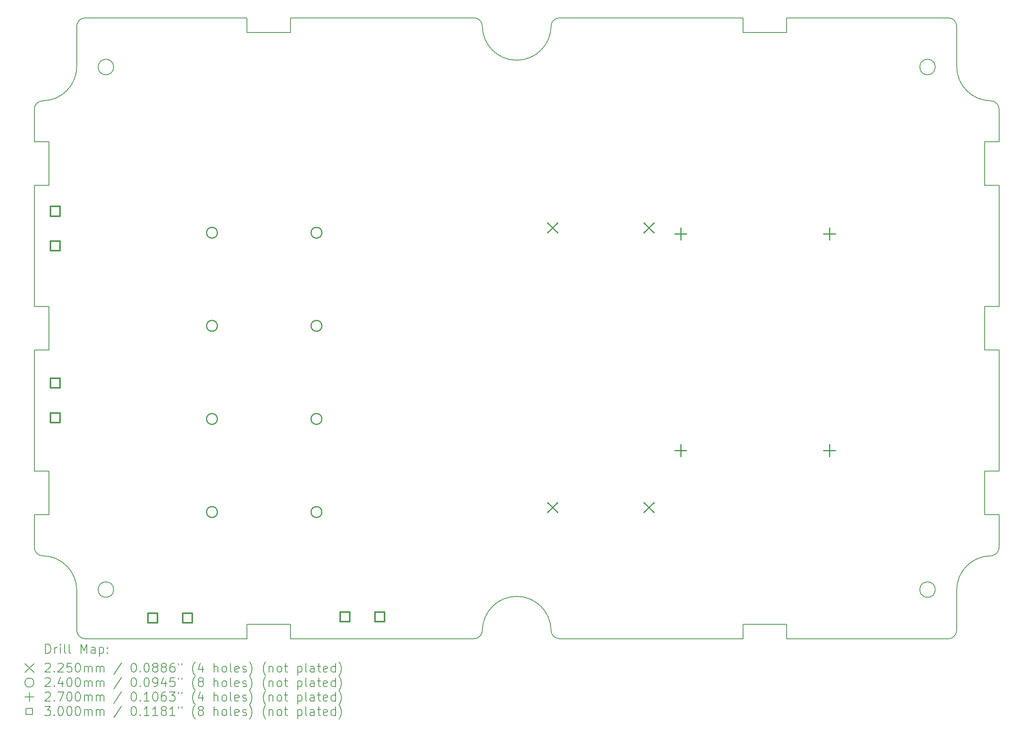
<source format=gbr>
%TF.GenerationSoftware,KiCad,Pcbnew,8.0.2*%
%TF.CreationDate,2024-05-08T16:37:34-06:00*%
%TF.ProjectId,GR-LRR-CONTROL,47522d4c-5252-42d4-934f-4e54524f4c2e,rev?*%
%TF.SameCoordinates,Original*%
%TF.FileFunction,Drillmap*%
%TF.FilePolarity,Positive*%
%FSLAX45Y45*%
G04 Gerber Fmt 4.5, Leading zero omitted, Abs format (unit mm)*
G04 Created by KiCad (PCBNEW 8.0.2) date 2024-05-08 16:37:34*
%MOMM*%
%LPD*%
G01*
G04 APERTURE LIST*
%ADD10C,0.200000*%
%ADD11C,0.225000*%
%ADD12C,0.240000*%
%ADD13C,0.270000*%
%ADD14C,0.299999*%
G04 APERTURE END LIST*
D10*
X25475719Y-19384532D02*
G75*
G02*
X25286967Y-19573279I-188749J2D01*
G01*
X6802117Y-6902972D02*
G75*
G02*
X6459217Y-6902972I-171450J0D01*
G01*
X6459217Y-6902972D02*
G75*
G02*
X6802117Y-6902972I171450J0D01*
G01*
X26415519Y-9525004D02*
X26091194Y-9525004D01*
X5044916Y-13175634D02*
X5044916Y-15860801D01*
X26091194Y-13175634D02*
X26091194Y-12210171D01*
X5044916Y-7840182D02*
G75*
G02*
X5231649Y-7651437I188754J3D01*
G01*
X5044916Y-15860801D02*
X5369241Y-15860801D01*
X20740236Y-5812521D02*
X16680123Y-5812521D01*
X9754736Y-19248959D02*
X10720199Y-19248959D01*
X5984716Y-6001272D02*
X5984716Y-6890272D01*
X5369241Y-16826264D02*
X5044916Y-16826264D01*
X6173468Y-19573284D02*
G75*
G02*
X5984716Y-19384532I2J188754D01*
G01*
X25001217Y-18482833D02*
G75*
G02*
X24658317Y-18482833I-171450J0D01*
G01*
X24658317Y-18482833D02*
G75*
G02*
X25001217Y-18482833I171450J0D01*
G01*
X6173468Y-19573284D02*
X9754736Y-19573284D01*
X20740236Y-6136846D02*
X20740236Y-5812521D01*
X5369241Y-9525004D02*
X5044916Y-9525004D01*
X5369241Y-12210171D02*
X5369241Y-13175634D01*
X26415519Y-17545627D02*
G75*
G02*
X26228786Y-17734368I-188759J7D01*
G01*
X10720199Y-19573284D02*
X14780312Y-19573284D01*
X5044916Y-16826264D02*
X5044916Y-17545627D01*
X10720199Y-19248959D02*
X10720199Y-19573284D01*
X26415519Y-15860801D02*
X26415519Y-13175634D01*
X5044916Y-9525004D02*
X5044916Y-12210171D01*
X26415519Y-8559541D02*
X26415519Y-7840178D01*
X26091194Y-12210171D02*
X26415519Y-12210171D01*
X5369241Y-13175634D02*
X5044916Y-13175634D01*
X10720199Y-5812521D02*
X10720199Y-6136846D01*
X26091194Y-15860801D02*
X26415519Y-15860801D01*
X26415519Y-13175634D02*
X26091194Y-13175634D01*
X25475719Y-18495533D02*
G75*
G02*
X26228786Y-17734363I761211J3D01*
G01*
X5984716Y-6001272D02*
G75*
G02*
X6173467Y-5812516I188754J3D01*
G01*
X5984716Y-6890272D02*
G75*
G02*
X5231649Y-7651437I-761208J-1D01*
G01*
X26415519Y-16826264D02*
X26091194Y-16826264D01*
X9754736Y-19573284D02*
X9754736Y-19248959D01*
X9754736Y-5812521D02*
X6173467Y-5812521D01*
X25286967Y-5812521D02*
G75*
G02*
X25475719Y-6001272I3J-188749D01*
G01*
X16491382Y-5999254D02*
G75*
G02*
X16680123Y-5812521I188748J-2026D01*
G01*
X25001217Y-6902972D02*
G75*
G02*
X24658317Y-6902972I-171450J0D01*
G01*
X24658317Y-6902972D02*
G75*
G02*
X25001217Y-6902972I171450J0D01*
G01*
X26228786Y-7651437D02*
G75*
G02*
X26415513Y-7840178I-2026J-188743D01*
G01*
X25475719Y-19384532D02*
X25475719Y-18495533D01*
X16680123Y-19573284D02*
G75*
G02*
X16491387Y-19386551I7J188754D01*
G01*
X26091194Y-8559541D02*
X26415519Y-8559541D01*
X21705699Y-6136846D02*
X20740236Y-6136846D01*
X9754736Y-6136846D02*
X9754736Y-5812521D01*
X14780307Y-5812521D02*
G75*
G02*
X14969048Y-5999254I-8J-188759D01*
G01*
X21705699Y-5812521D02*
X21705699Y-6136846D01*
X25286967Y-5812521D02*
X21705699Y-5812521D01*
X25475719Y-6890272D02*
X25475719Y-6001272D01*
X5231649Y-17734368D02*
G75*
G02*
X5044922Y-17545627I2021J188738D01*
G01*
X10720199Y-6136846D02*
X9754736Y-6136846D01*
X5044916Y-7840182D02*
X5044916Y-8559541D01*
X5984716Y-18495533D02*
X5984716Y-19384532D01*
X5044916Y-12210171D02*
X5369241Y-12210171D01*
X26415519Y-17545627D02*
X26415519Y-16826264D01*
X26228786Y-7651437D02*
G75*
G02*
X25475719Y-6890272I8144J761167D01*
G01*
X16491382Y-5999254D02*
G75*
G02*
X14969053Y-5999254I-761165J8141D01*
G01*
X14969053Y-19386551D02*
G75*
G02*
X16491382Y-19386551I761165J-8141D01*
G01*
X26091194Y-16826264D02*
X26091194Y-15860801D01*
X16680123Y-19573284D02*
X20740236Y-19573284D01*
X21705699Y-19573284D02*
X25286967Y-19573284D01*
X5369241Y-15860801D02*
X5369241Y-16826264D01*
X14969053Y-19386551D02*
G75*
G02*
X14780312Y-19573293I-188743J2011D01*
G01*
X5044916Y-8559541D02*
X5369241Y-8559541D01*
X5231649Y-17734368D02*
G75*
G02*
X5984716Y-18495533I-8139J-761162D01*
G01*
X5369241Y-8559541D02*
X5369241Y-9525004D01*
X20740236Y-19248959D02*
X21705699Y-19248959D01*
X14780307Y-5812521D02*
X10720199Y-5812521D01*
X20740236Y-19573284D02*
X20740236Y-19248959D01*
X26091194Y-9525004D02*
X26091194Y-8559541D01*
X26415519Y-12210171D02*
X26415519Y-9525004D01*
X21705699Y-19248959D02*
X21705699Y-19573284D01*
X6802117Y-18482833D02*
G75*
G02*
X6459217Y-18482833I-171450J0D01*
G01*
X6459217Y-18482833D02*
G75*
G02*
X6802117Y-18482833I171450J0D01*
G01*
D11*
X16410000Y-10351000D02*
X16635000Y-10576000D01*
X16635000Y-10351000D02*
X16410000Y-10576000D01*
X16410000Y-16549000D02*
X16635000Y-16774000D01*
X16635000Y-16549000D02*
X16410000Y-16774000D01*
X18544000Y-10351000D02*
X18769000Y-10576000D01*
X18769000Y-10351000D02*
X18544000Y-10576000D01*
X18544000Y-16549000D02*
X18769000Y-16774000D01*
X18769000Y-16549000D02*
X18544000Y-16774000D01*
D12*
X9100000Y-10575000D02*
G75*
G02*
X8860000Y-10575000I-120000J0D01*
G01*
X8860000Y-10575000D02*
G75*
G02*
X9100000Y-10575000I120000J0D01*
G01*
X9100000Y-12638333D02*
G75*
G02*
X8860000Y-12638333I-120000J0D01*
G01*
X8860000Y-12638333D02*
G75*
G02*
X9100000Y-12638333I120000J0D01*
G01*
X9100000Y-14701667D02*
G75*
G02*
X8860000Y-14701667I-120000J0D01*
G01*
X8860000Y-14701667D02*
G75*
G02*
X9100000Y-14701667I120000J0D01*
G01*
X9100000Y-16765000D02*
G75*
G02*
X8860000Y-16765000I-120000J0D01*
G01*
X8860000Y-16765000D02*
G75*
G02*
X9100000Y-16765000I120000J0D01*
G01*
X11415000Y-10575000D02*
G75*
G02*
X11175000Y-10575000I-120000J0D01*
G01*
X11175000Y-10575000D02*
G75*
G02*
X11415000Y-10575000I120000J0D01*
G01*
X11415000Y-12638333D02*
G75*
G02*
X11175000Y-12638333I-120000J0D01*
G01*
X11175000Y-12638333D02*
G75*
G02*
X11415000Y-12638333I120000J0D01*
G01*
X11415000Y-14701667D02*
G75*
G02*
X11175000Y-14701667I-120000J0D01*
G01*
X11175000Y-14701667D02*
G75*
G02*
X11415000Y-14701667I120000J0D01*
G01*
X11415000Y-16765000D02*
G75*
G02*
X11175000Y-16765000I-120000J0D01*
G01*
X11175000Y-16765000D02*
G75*
G02*
X11415000Y-16765000I120000J0D01*
G01*
D13*
X19360000Y-10465000D02*
X19360000Y-10735000D01*
X19225000Y-10600000D02*
X19495000Y-10600000D01*
X19360000Y-15265000D02*
X19360000Y-15535000D01*
X19225000Y-15400000D02*
X19495000Y-15400000D01*
X22660000Y-10465000D02*
X22660000Y-10735000D01*
X22525000Y-10600000D02*
X22795000Y-10600000D01*
X22660000Y-15265000D02*
X22660000Y-15535000D01*
X22525000Y-15400000D02*
X22795000Y-15400000D01*
D14*
X5614067Y-14012067D02*
X5614067Y-13799933D01*
X5401933Y-13799933D01*
X5401933Y-14012067D01*
X5614067Y-14012067D01*
X5614067Y-14782065D02*
X5614067Y-14569931D01*
X5401933Y-14569931D01*
X5401933Y-14782065D01*
X5614067Y-14782065D01*
X5616067Y-10206067D02*
X5616067Y-9993933D01*
X5403933Y-9993933D01*
X5403933Y-10206067D01*
X5616067Y-10206067D01*
X5616067Y-10976066D02*
X5616067Y-10763932D01*
X5403933Y-10763932D01*
X5403933Y-10976066D01*
X5616067Y-10976066D01*
X7776032Y-19218067D02*
X7776032Y-19005933D01*
X7563898Y-19005933D01*
X7563898Y-19218067D01*
X7776032Y-19218067D01*
X8546031Y-19218067D02*
X8546031Y-19005933D01*
X8333897Y-19005933D01*
X8333897Y-19218067D01*
X8546031Y-19218067D01*
X12036068Y-19196067D02*
X12036068Y-18983933D01*
X11823934Y-18983933D01*
X11823934Y-19196067D01*
X12036068Y-19196067D01*
X12806067Y-19196067D02*
X12806067Y-18983933D01*
X12593933Y-18983933D01*
X12593933Y-19196067D01*
X12806067Y-19196067D01*
D10*
X5295693Y-19894768D02*
X5295693Y-19694768D01*
X5295693Y-19694768D02*
X5343312Y-19694768D01*
X5343312Y-19694768D02*
X5371883Y-19704292D01*
X5371883Y-19704292D02*
X5390931Y-19723339D01*
X5390931Y-19723339D02*
X5400455Y-19742387D01*
X5400455Y-19742387D02*
X5409978Y-19780482D01*
X5409978Y-19780482D02*
X5409978Y-19809054D01*
X5409978Y-19809054D02*
X5400455Y-19847149D01*
X5400455Y-19847149D02*
X5390931Y-19866196D01*
X5390931Y-19866196D02*
X5371883Y-19885244D01*
X5371883Y-19885244D02*
X5343312Y-19894768D01*
X5343312Y-19894768D02*
X5295693Y-19894768D01*
X5495693Y-19894768D02*
X5495693Y-19761435D01*
X5495693Y-19799530D02*
X5505217Y-19780482D01*
X5505217Y-19780482D02*
X5514740Y-19770958D01*
X5514740Y-19770958D02*
X5533788Y-19761435D01*
X5533788Y-19761435D02*
X5552836Y-19761435D01*
X5619502Y-19894768D02*
X5619502Y-19761435D01*
X5619502Y-19694768D02*
X5609978Y-19704292D01*
X5609978Y-19704292D02*
X5619502Y-19713816D01*
X5619502Y-19713816D02*
X5629026Y-19704292D01*
X5629026Y-19704292D02*
X5619502Y-19694768D01*
X5619502Y-19694768D02*
X5619502Y-19713816D01*
X5743312Y-19894768D02*
X5724264Y-19885244D01*
X5724264Y-19885244D02*
X5714740Y-19866196D01*
X5714740Y-19866196D02*
X5714740Y-19694768D01*
X5848074Y-19894768D02*
X5829026Y-19885244D01*
X5829026Y-19885244D02*
X5819502Y-19866196D01*
X5819502Y-19866196D02*
X5819502Y-19694768D01*
X6076645Y-19894768D02*
X6076645Y-19694768D01*
X6076645Y-19694768D02*
X6143312Y-19837625D01*
X6143312Y-19837625D02*
X6209978Y-19694768D01*
X6209978Y-19694768D02*
X6209978Y-19894768D01*
X6390931Y-19894768D02*
X6390931Y-19790006D01*
X6390931Y-19790006D02*
X6381407Y-19770958D01*
X6381407Y-19770958D02*
X6362359Y-19761435D01*
X6362359Y-19761435D02*
X6324264Y-19761435D01*
X6324264Y-19761435D02*
X6305216Y-19770958D01*
X6390931Y-19885244D02*
X6371883Y-19894768D01*
X6371883Y-19894768D02*
X6324264Y-19894768D01*
X6324264Y-19894768D02*
X6305216Y-19885244D01*
X6305216Y-19885244D02*
X6295693Y-19866196D01*
X6295693Y-19866196D02*
X6295693Y-19847149D01*
X6295693Y-19847149D02*
X6305216Y-19828101D01*
X6305216Y-19828101D02*
X6324264Y-19818577D01*
X6324264Y-19818577D02*
X6371883Y-19818577D01*
X6371883Y-19818577D02*
X6390931Y-19809054D01*
X6486169Y-19761435D02*
X6486169Y-19961435D01*
X6486169Y-19770958D02*
X6505216Y-19761435D01*
X6505216Y-19761435D02*
X6543312Y-19761435D01*
X6543312Y-19761435D02*
X6562359Y-19770958D01*
X6562359Y-19770958D02*
X6571883Y-19780482D01*
X6571883Y-19780482D02*
X6581407Y-19799530D01*
X6581407Y-19799530D02*
X6581407Y-19856673D01*
X6581407Y-19856673D02*
X6571883Y-19875720D01*
X6571883Y-19875720D02*
X6562359Y-19885244D01*
X6562359Y-19885244D02*
X6543312Y-19894768D01*
X6543312Y-19894768D02*
X6505216Y-19894768D01*
X6505216Y-19894768D02*
X6486169Y-19885244D01*
X6667121Y-19875720D02*
X6676645Y-19885244D01*
X6676645Y-19885244D02*
X6667121Y-19894768D01*
X6667121Y-19894768D02*
X6657597Y-19885244D01*
X6657597Y-19885244D02*
X6667121Y-19875720D01*
X6667121Y-19875720D02*
X6667121Y-19894768D01*
X6667121Y-19770958D02*
X6676645Y-19780482D01*
X6676645Y-19780482D02*
X6667121Y-19790006D01*
X6667121Y-19790006D02*
X6657597Y-19780482D01*
X6657597Y-19780482D02*
X6667121Y-19770958D01*
X6667121Y-19770958D02*
X6667121Y-19790006D01*
X4834916Y-20123284D02*
X5034916Y-20323284D01*
X5034916Y-20123284D02*
X4834916Y-20323284D01*
X5286169Y-20133816D02*
X5295693Y-20124292D01*
X5295693Y-20124292D02*
X5314740Y-20114768D01*
X5314740Y-20114768D02*
X5362359Y-20114768D01*
X5362359Y-20114768D02*
X5381407Y-20124292D01*
X5381407Y-20124292D02*
X5390931Y-20133816D01*
X5390931Y-20133816D02*
X5400455Y-20152863D01*
X5400455Y-20152863D02*
X5400455Y-20171911D01*
X5400455Y-20171911D02*
X5390931Y-20200482D01*
X5390931Y-20200482D02*
X5276645Y-20314768D01*
X5276645Y-20314768D02*
X5400455Y-20314768D01*
X5486169Y-20295720D02*
X5495693Y-20305244D01*
X5495693Y-20305244D02*
X5486169Y-20314768D01*
X5486169Y-20314768D02*
X5476645Y-20305244D01*
X5476645Y-20305244D02*
X5486169Y-20295720D01*
X5486169Y-20295720D02*
X5486169Y-20314768D01*
X5571883Y-20133816D02*
X5581407Y-20124292D01*
X5581407Y-20124292D02*
X5600455Y-20114768D01*
X5600455Y-20114768D02*
X5648074Y-20114768D01*
X5648074Y-20114768D02*
X5667121Y-20124292D01*
X5667121Y-20124292D02*
X5676645Y-20133816D01*
X5676645Y-20133816D02*
X5686169Y-20152863D01*
X5686169Y-20152863D02*
X5686169Y-20171911D01*
X5686169Y-20171911D02*
X5676645Y-20200482D01*
X5676645Y-20200482D02*
X5562359Y-20314768D01*
X5562359Y-20314768D02*
X5686169Y-20314768D01*
X5867121Y-20114768D02*
X5771883Y-20114768D01*
X5771883Y-20114768D02*
X5762359Y-20210006D01*
X5762359Y-20210006D02*
X5771883Y-20200482D01*
X5771883Y-20200482D02*
X5790931Y-20190958D01*
X5790931Y-20190958D02*
X5838550Y-20190958D01*
X5838550Y-20190958D02*
X5857597Y-20200482D01*
X5857597Y-20200482D02*
X5867121Y-20210006D01*
X5867121Y-20210006D02*
X5876645Y-20229054D01*
X5876645Y-20229054D02*
X5876645Y-20276673D01*
X5876645Y-20276673D02*
X5867121Y-20295720D01*
X5867121Y-20295720D02*
X5857597Y-20305244D01*
X5857597Y-20305244D02*
X5838550Y-20314768D01*
X5838550Y-20314768D02*
X5790931Y-20314768D01*
X5790931Y-20314768D02*
X5771883Y-20305244D01*
X5771883Y-20305244D02*
X5762359Y-20295720D01*
X6000455Y-20114768D02*
X6019502Y-20114768D01*
X6019502Y-20114768D02*
X6038550Y-20124292D01*
X6038550Y-20124292D02*
X6048074Y-20133816D01*
X6048074Y-20133816D02*
X6057597Y-20152863D01*
X6057597Y-20152863D02*
X6067121Y-20190958D01*
X6067121Y-20190958D02*
X6067121Y-20238577D01*
X6067121Y-20238577D02*
X6057597Y-20276673D01*
X6057597Y-20276673D02*
X6048074Y-20295720D01*
X6048074Y-20295720D02*
X6038550Y-20305244D01*
X6038550Y-20305244D02*
X6019502Y-20314768D01*
X6019502Y-20314768D02*
X6000455Y-20314768D01*
X6000455Y-20314768D02*
X5981407Y-20305244D01*
X5981407Y-20305244D02*
X5971883Y-20295720D01*
X5971883Y-20295720D02*
X5962359Y-20276673D01*
X5962359Y-20276673D02*
X5952836Y-20238577D01*
X5952836Y-20238577D02*
X5952836Y-20190958D01*
X5952836Y-20190958D02*
X5962359Y-20152863D01*
X5962359Y-20152863D02*
X5971883Y-20133816D01*
X5971883Y-20133816D02*
X5981407Y-20124292D01*
X5981407Y-20124292D02*
X6000455Y-20114768D01*
X6152836Y-20314768D02*
X6152836Y-20181435D01*
X6152836Y-20200482D02*
X6162359Y-20190958D01*
X6162359Y-20190958D02*
X6181407Y-20181435D01*
X6181407Y-20181435D02*
X6209978Y-20181435D01*
X6209978Y-20181435D02*
X6229026Y-20190958D01*
X6229026Y-20190958D02*
X6238550Y-20210006D01*
X6238550Y-20210006D02*
X6238550Y-20314768D01*
X6238550Y-20210006D02*
X6248074Y-20190958D01*
X6248074Y-20190958D02*
X6267121Y-20181435D01*
X6267121Y-20181435D02*
X6295693Y-20181435D01*
X6295693Y-20181435D02*
X6314740Y-20190958D01*
X6314740Y-20190958D02*
X6324264Y-20210006D01*
X6324264Y-20210006D02*
X6324264Y-20314768D01*
X6419502Y-20314768D02*
X6419502Y-20181435D01*
X6419502Y-20200482D02*
X6429026Y-20190958D01*
X6429026Y-20190958D02*
X6448074Y-20181435D01*
X6448074Y-20181435D02*
X6476645Y-20181435D01*
X6476645Y-20181435D02*
X6495693Y-20190958D01*
X6495693Y-20190958D02*
X6505217Y-20210006D01*
X6505217Y-20210006D02*
X6505217Y-20314768D01*
X6505217Y-20210006D02*
X6514740Y-20190958D01*
X6514740Y-20190958D02*
X6533788Y-20181435D01*
X6533788Y-20181435D02*
X6562359Y-20181435D01*
X6562359Y-20181435D02*
X6581407Y-20190958D01*
X6581407Y-20190958D02*
X6590931Y-20210006D01*
X6590931Y-20210006D02*
X6590931Y-20314768D01*
X6981407Y-20105244D02*
X6809979Y-20362387D01*
X7238550Y-20114768D02*
X7257598Y-20114768D01*
X7257598Y-20114768D02*
X7276645Y-20124292D01*
X7276645Y-20124292D02*
X7286169Y-20133816D01*
X7286169Y-20133816D02*
X7295693Y-20152863D01*
X7295693Y-20152863D02*
X7305217Y-20190958D01*
X7305217Y-20190958D02*
X7305217Y-20238577D01*
X7305217Y-20238577D02*
X7295693Y-20276673D01*
X7295693Y-20276673D02*
X7286169Y-20295720D01*
X7286169Y-20295720D02*
X7276645Y-20305244D01*
X7276645Y-20305244D02*
X7257598Y-20314768D01*
X7257598Y-20314768D02*
X7238550Y-20314768D01*
X7238550Y-20314768D02*
X7219502Y-20305244D01*
X7219502Y-20305244D02*
X7209979Y-20295720D01*
X7209979Y-20295720D02*
X7200455Y-20276673D01*
X7200455Y-20276673D02*
X7190931Y-20238577D01*
X7190931Y-20238577D02*
X7190931Y-20190958D01*
X7190931Y-20190958D02*
X7200455Y-20152863D01*
X7200455Y-20152863D02*
X7209979Y-20133816D01*
X7209979Y-20133816D02*
X7219502Y-20124292D01*
X7219502Y-20124292D02*
X7238550Y-20114768D01*
X7390931Y-20295720D02*
X7400455Y-20305244D01*
X7400455Y-20305244D02*
X7390931Y-20314768D01*
X7390931Y-20314768D02*
X7381407Y-20305244D01*
X7381407Y-20305244D02*
X7390931Y-20295720D01*
X7390931Y-20295720D02*
X7390931Y-20314768D01*
X7524264Y-20114768D02*
X7543312Y-20114768D01*
X7543312Y-20114768D02*
X7562360Y-20124292D01*
X7562360Y-20124292D02*
X7571883Y-20133816D01*
X7571883Y-20133816D02*
X7581407Y-20152863D01*
X7581407Y-20152863D02*
X7590931Y-20190958D01*
X7590931Y-20190958D02*
X7590931Y-20238577D01*
X7590931Y-20238577D02*
X7581407Y-20276673D01*
X7581407Y-20276673D02*
X7571883Y-20295720D01*
X7571883Y-20295720D02*
X7562360Y-20305244D01*
X7562360Y-20305244D02*
X7543312Y-20314768D01*
X7543312Y-20314768D02*
X7524264Y-20314768D01*
X7524264Y-20314768D02*
X7505217Y-20305244D01*
X7505217Y-20305244D02*
X7495693Y-20295720D01*
X7495693Y-20295720D02*
X7486169Y-20276673D01*
X7486169Y-20276673D02*
X7476645Y-20238577D01*
X7476645Y-20238577D02*
X7476645Y-20190958D01*
X7476645Y-20190958D02*
X7486169Y-20152863D01*
X7486169Y-20152863D02*
X7495693Y-20133816D01*
X7495693Y-20133816D02*
X7505217Y-20124292D01*
X7505217Y-20124292D02*
X7524264Y-20114768D01*
X7705217Y-20200482D02*
X7686169Y-20190958D01*
X7686169Y-20190958D02*
X7676645Y-20181435D01*
X7676645Y-20181435D02*
X7667121Y-20162387D01*
X7667121Y-20162387D02*
X7667121Y-20152863D01*
X7667121Y-20152863D02*
X7676645Y-20133816D01*
X7676645Y-20133816D02*
X7686169Y-20124292D01*
X7686169Y-20124292D02*
X7705217Y-20114768D01*
X7705217Y-20114768D02*
X7743312Y-20114768D01*
X7743312Y-20114768D02*
X7762360Y-20124292D01*
X7762360Y-20124292D02*
X7771883Y-20133816D01*
X7771883Y-20133816D02*
X7781407Y-20152863D01*
X7781407Y-20152863D02*
X7781407Y-20162387D01*
X7781407Y-20162387D02*
X7771883Y-20181435D01*
X7771883Y-20181435D02*
X7762360Y-20190958D01*
X7762360Y-20190958D02*
X7743312Y-20200482D01*
X7743312Y-20200482D02*
X7705217Y-20200482D01*
X7705217Y-20200482D02*
X7686169Y-20210006D01*
X7686169Y-20210006D02*
X7676645Y-20219530D01*
X7676645Y-20219530D02*
X7667121Y-20238577D01*
X7667121Y-20238577D02*
X7667121Y-20276673D01*
X7667121Y-20276673D02*
X7676645Y-20295720D01*
X7676645Y-20295720D02*
X7686169Y-20305244D01*
X7686169Y-20305244D02*
X7705217Y-20314768D01*
X7705217Y-20314768D02*
X7743312Y-20314768D01*
X7743312Y-20314768D02*
X7762360Y-20305244D01*
X7762360Y-20305244D02*
X7771883Y-20295720D01*
X7771883Y-20295720D02*
X7781407Y-20276673D01*
X7781407Y-20276673D02*
X7781407Y-20238577D01*
X7781407Y-20238577D02*
X7771883Y-20219530D01*
X7771883Y-20219530D02*
X7762360Y-20210006D01*
X7762360Y-20210006D02*
X7743312Y-20200482D01*
X7895693Y-20200482D02*
X7876645Y-20190958D01*
X7876645Y-20190958D02*
X7867121Y-20181435D01*
X7867121Y-20181435D02*
X7857598Y-20162387D01*
X7857598Y-20162387D02*
X7857598Y-20152863D01*
X7857598Y-20152863D02*
X7867121Y-20133816D01*
X7867121Y-20133816D02*
X7876645Y-20124292D01*
X7876645Y-20124292D02*
X7895693Y-20114768D01*
X7895693Y-20114768D02*
X7933788Y-20114768D01*
X7933788Y-20114768D02*
X7952836Y-20124292D01*
X7952836Y-20124292D02*
X7962360Y-20133816D01*
X7962360Y-20133816D02*
X7971883Y-20152863D01*
X7971883Y-20152863D02*
X7971883Y-20162387D01*
X7971883Y-20162387D02*
X7962360Y-20181435D01*
X7962360Y-20181435D02*
X7952836Y-20190958D01*
X7952836Y-20190958D02*
X7933788Y-20200482D01*
X7933788Y-20200482D02*
X7895693Y-20200482D01*
X7895693Y-20200482D02*
X7876645Y-20210006D01*
X7876645Y-20210006D02*
X7867121Y-20219530D01*
X7867121Y-20219530D02*
X7857598Y-20238577D01*
X7857598Y-20238577D02*
X7857598Y-20276673D01*
X7857598Y-20276673D02*
X7867121Y-20295720D01*
X7867121Y-20295720D02*
X7876645Y-20305244D01*
X7876645Y-20305244D02*
X7895693Y-20314768D01*
X7895693Y-20314768D02*
X7933788Y-20314768D01*
X7933788Y-20314768D02*
X7952836Y-20305244D01*
X7952836Y-20305244D02*
X7962360Y-20295720D01*
X7962360Y-20295720D02*
X7971883Y-20276673D01*
X7971883Y-20276673D02*
X7971883Y-20238577D01*
X7971883Y-20238577D02*
X7962360Y-20219530D01*
X7962360Y-20219530D02*
X7952836Y-20210006D01*
X7952836Y-20210006D02*
X7933788Y-20200482D01*
X8143312Y-20114768D02*
X8105217Y-20114768D01*
X8105217Y-20114768D02*
X8086169Y-20124292D01*
X8086169Y-20124292D02*
X8076645Y-20133816D01*
X8076645Y-20133816D02*
X8057598Y-20162387D01*
X8057598Y-20162387D02*
X8048074Y-20200482D01*
X8048074Y-20200482D02*
X8048074Y-20276673D01*
X8048074Y-20276673D02*
X8057598Y-20295720D01*
X8057598Y-20295720D02*
X8067121Y-20305244D01*
X8067121Y-20305244D02*
X8086169Y-20314768D01*
X8086169Y-20314768D02*
X8124264Y-20314768D01*
X8124264Y-20314768D02*
X8143312Y-20305244D01*
X8143312Y-20305244D02*
X8152836Y-20295720D01*
X8152836Y-20295720D02*
X8162360Y-20276673D01*
X8162360Y-20276673D02*
X8162360Y-20229054D01*
X8162360Y-20229054D02*
X8152836Y-20210006D01*
X8152836Y-20210006D02*
X8143312Y-20200482D01*
X8143312Y-20200482D02*
X8124264Y-20190958D01*
X8124264Y-20190958D02*
X8086169Y-20190958D01*
X8086169Y-20190958D02*
X8067121Y-20200482D01*
X8067121Y-20200482D02*
X8057598Y-20210006D01*
X8057598Y-20210006D02*
X8048074Y-20229054D01*
X8238550Y-20114768D02*
X8238550Y-20152863D01*
X8314741Y-20114768D02*
X8314741Y-20152863D01*
X8609979Y-20390958D02*
X8600455Y-20381435D01*
X8600455Y-20381435D02*
X8581407Y-20352863D01*
X8581407Y-20352863D02*
X8571884Y-20333816D01*
X8571884Y-20333816D02*
X8562360Y-20305244D01*
X8562360Y-20305244D02*
X8552836Y-20257625D01*
X8552836Y-20257625D02*
X8552836Y-20219530D01*
X8552836Y-20219530D02*
X8562360Y-20171911D01*
X8562360Y-20171911D02*
X8571884Y-20143339D01*
X8571884Y-20143339D02*
X8581407Y-20124292D01*
X8581407Y-20124292D02*
X8600455Y-20095720D01*
X8600455Y-20095720D02*
X8609979Y-20086196D01*
X8771884Y-20181435D02*
X8771884Y-20314768D01*
X8724264Y-20105244D02*
X8676645Y-20248101D01*
X8676645Y-20248101D02*
X8800455Y-20248101D01*
X9029026Y-20314768D02*
X9029026Y-20114768D01*
X9114741Y-20314768D02*
X9114741Y-20210006D01*
X9114741Y-20210006D02*
X9105217Y-20190958D01*
X9105217Y-20190958D02*
X9086169Y-20181435D01*
X9086169Y-20181435D02*
X9057598Y-20181435D01*
X9057598Y-20181435D02*
X9038550Y-20190958D01*
X9038550Y-20190958D02*
X9029026Y-20200482D01*
X9238550Y-20314768D02*
X9219503Y-20305244D01*
X9219503Y-20305244D02*
X9209979Y-20295720D01*
X9209979Y-20295720D02*
X9200455Y-20276673D01*
X9200455Y-20276673D02*
X9200455Y-20219530D01*
X9200455Y-20219530D02*
X9209979Y-20200482D01*
X9209979Y-20200482D02*
X9219503Y-20190958D01*
X9219503Y-20190958D02*
X9238550Y-20181435D01*
X9238550Y-20181435D02*
X9267122Y-20181435D01*
X9267122Y-20181435D02*
X9286169Y-20190958D01*
X9286169Y-20190958D02*
X9295693Y-20200482D01*
X9295693Y-20200482D02*
X9305217Y-20219530D01*
X9305217Y-20219530D02*
X9305217Y-20276673D01*
X9305217Y-20276673D02*
X9295693Y-20295720D01*
X9295693Y-20295720D02*
X9286169Y-20305244D01*
X9286169Y-20305244D02*
X9267122Y-20314768D01*
X9267122Y-20314768D02*
X9238550Y-20314768D01*
X9419503Y-20314768D02*
X9400455Y-20305244D01*
X9400455Y-20305244D02*
X9390931Y-20286196D01*
X9390931Y-20286196D02*
X9390931Y-20114768D01*
X9571884Y-20305244D02*
X9552836Y-20314768D01*
X9552836Y-20314768D02*
X9514741Y-20314768D01*
X9514741Y-20314768D02*
X9495693Y-20305244D01*
X9495693Y-20305244D02*
X9486169Y-20286196D01*
X9486169Y-20286196D02*
X9486169Y-20210006D01*
X9486169Y-20210006D02*
X9495693Y-20190958D01*
X9495693Y-20190958D02*
X9514741Y-20181435D01*
X9514741Y-20181435D02*
X9552836Y-20181435D01*
X9552836Y-20181435D02*
X9571884Y-20190958D01*
X9571884Y-20190958D02*
X9581407Y-20210006D01*
X9581407Y-20210006D02*
X9581407Y-20229054D01*
X9581407Y-20229054D02*
X9486169Y-20248101D01*
X9657598Y-20305244D02*
X9676646Y-20314768D01*
X9676646Y-20314768D02*
X9714741Y-20314768D01*
X9714741Y-20314768D02*
X9733788Y-20305244D01*
X9733788Y-20305244D02*
X9743312Y-20286196D01*
X9743312Y-20286196D02*
X9743312Y-20276673D01*
X9743312Y-20276673D02*
X9733788Y-20257625D01*
X9733788Y-20257625D02*
X9714741Y-20248101D01*
X9714741Y-20248101D02*
X9686169Y-20248101D01*
X9686169Y-20248101D02*
X9667122Y-20238577D01*
X9667122Y-20238577D02*
X9657598Y-20219530D01*
X9657598Y-20219530D02*
X9657598Y-20210006D01*
X9657598Y-20210006D02*
X9667122Y-20190958D01*
X9667122Y-20190958D02*
X9686169Y-20181435D01*
X9686169Y-20181435D02*
X9714741Y-20181435D01*
X9714741Y-20181435D02*
X9733788Y-20190958D01*
X9809979Y-20390958D02*
X9819503Y-20381435D01*
X9819503Y-20381435D02*
X9838550Y-20352863D01*
X9838550Y-20352863D02*
X9848074Y-20333816D01*
X9848074Y-20333816D02*
X9857598Y-20305244D01*
X9857598Y-20305244D02*
X9867122Y-20257625D01*
X9867122Y-20257625D02*
X9867122Y-20219530D01*
X9867122Y-20219530D02*
X9857598Y-20171911D01*
X9857598Y-20171911D02*
X9848074Y-20143339D01*
X9848074Y-20143339D02*
X9838550Y-20124292D01*
X9838550Y-20124292D02*
X9819503Y-20095720D01*
X9819503Y-20095720D02*
X9809979Y-20086196D01*
X10171884Y-20390958D02*
X10162360Y-20381435D01*
X10162360Y-20381435D02*
X10143312Y-20352863D01*
X10143312Y-20352863D02*
X10133788Y-20333816D01*
X10133788Y-20333816D02*
X10124265Y-20305244D01*
X10124265Y-20305244D02*
X10114741Y-20257625D01*
X10114741Y-20257625D02*
X10114741Y-20219530D01*
X10114741Y-20219530D02*
X10124265Y-20171911D01*
X10124265Y-20171911D02*
X10133788Y-20143339D01*
X10133788Y-20143339D02*
X10143312Y-20124292D01*
X10143312Y-20124292D02*
X10162360Y-20095720D01*
X10162360Y-20095720D02*
X10171884Y-20086196D01*
X10248074Y-20181435D02*
X10248074Y-20314768D01*
X10248074Y-20200482D02*
X10257598Y-20190958D01*
X10257598Y-20190958D02*
X10276646Y-20181435D01*
X10276646Y-20181435D02*
X10305217Y-20181435D01*
X10305217Y-20181435D02*
X10324265Y-20190958D01*
X10324265Y-20190958D02*
X10333788Y-20210006D01*
X10333788Y-20210006D02*
X10333788Y-20314768D01*
X10457598Y-20314768D02*
X10438550Y-20305244D01*
X10438550Y-20305244D02*
X10429027Y-20295720D01*
X10429027Y-20295720D02*
X10419503Y-20276673D01*
X10419503Y-20276673D02*
X10419503Y-20219530D01*
X10419503Y-20219530D02*
X10429027Y-20200482D01*
X10429027Y-20200482D02*
X10438550Y-20190958D01*
X10438550Y-20190958D02*
X10457598Y-20181435D01*
X10457598Y-20181435D02*
X10486169Y-20181435D01*
X10486169Y-20181435D02*
X10505217Y-20190958D01*
X10505217Y-20190958D02*
X10514741Y-20200482D01*
X10514741Y-20200482D02*
X10524265Y-20219530D01*
X10524265Y-20219530D02*
X10524265Y-20276673D01*
X10524265Y-20276673D02*
X10514741Y-20295720D01*
X10514741Y-20295720D02*
X10505217Y-20305244D01*
X10505217Y-20305244D02*
X10486169Y-20314768D01*
X10486169Y-20314768D02*
X10457598Y-20314768D01*
X10581408Y-20181435D02*
X10657598Y-20181435D01*
X10609979Y-20114768D02*
X10609979Y-20286196D01*
X10609979Y-20286196D02*
X10619503Y-20305244D01*
X10619503Y-20305244D02*
X10638550Y-20314768D01*
X10638550Y-20314768D02*
X10657598Y-20314768D01*
X10876646Y-20181435D02*
X10876646Y-20381435D01*
X10876646Y-20190958D02*
X10895693Y-20181435D01*
X10895693Y-20181435D02*
X10933789Y-20181435D01*
X10933789Y-20181435D02*
X10952836Y-20190958D01*
X10952836Y-20190958D02*
X10962360Y-20200482D01*
X10962360Y-20200482D02*
X10971884Y-20219530D01*
X10971884Y-20219530D02*
X10971884Y-20276673D01*
X10971884Y-20276673D02*
X10962360Y-20295720D01*
X10962360Y-20295720D02*
X10952836Y-20305244D01*
X10952836Y-20305244D02*
X10933789Y-20314768D01*
X10933789Y-20314768D02*
X10895693Y-20314768D01*
X10895693Y-20314768D02*
X10876646Y-20305244D01*
X11086169Y-20314768D02*
X11067122Y-20305244D01*
X11067122Y-20305244D02*
X11057598Y-20286196D01*
X11057598Y-20286196D02*
X11057598Y-20114768D01*
X11248074Y-20314768D02*
X11248074Y-20210006D01*
X11248074Y-20210006D02*
X11238550Y-20190958D01*
X11238550Y-20190958D02*
X11219503Y-20181435D01*
X11219503Y-20181435D02*
X11181408Y-20181435D01*
X11181408Y-20181435D02*
X11162360Y-20190958D01*
X11248074Y-20305244D02*
X11229027Y-20314768D01*
X11229027Y-20314768D02*
X11181408Y-20314768D01*
X11181408Y-20314768D02*
X11162360Y-20305244D01*
X11162360Y-20305244D02*
X11152836Y-20286196D01*
X11152836Y-20286196D02*
X11152836Y-20267149D01*
X11152836Y-20267149D02*
X11162360Y-20248101D01*
X11162360Y-20248101D02*
X11181408Y-20238577D01*
X11181408Y-20238577D02*
X11229027Y-20238577D01*
X11229027Y-20238577D02*
X11248074Y-20229054D01*
X11314741Y-20181435D02*
X11390931Y-20181435D01*
X11343312Y-20114768D02*
X11343312Y-20286196D01*
X11343312Y-20286196D02*
X11352836Y-20305244D01*
X11352836Y-20305244D02*
X11371884Y-20314768D01*
X11371884Y-20314768D02*
X11390931Y-20314768D01*
X11533788Y-20305244D02*
X11514741Y-20314768D01*
X11514741Y-20314768D02*
X11476646Y-20314768D01*
X11476646Y-20314768D02*
X11457598Y-20305244D01*
X11457598Y-20305244D02*
X11448074Y-20286196D01*
X11448074Y-20286196D02*
X11448074Y-20210006D01*
X11448074Y-20210006D02*
X11457598Y-20190958D01*
X11457598Y-20190958D02*
X11476646Y-20181435D01*
X11476646Y-20181435D02*
X11514741Y-20181435D01*
X11514741Y-20181435D02*
X11533788Y-20190958D01*
X11533788Y-20190958D02*
X11543312Y-20210006D01*
X11543312Y-20210006D02*
X11543312Y-20229054D01*
X11543312Y-20229054D02*
X11448074Y-20248101D01*
X11714741Y-20314768D02*
X11714741Y-20114768D01*
X11714741Y-20305244D02*
X11695693Y-20314768D01*
X11695693Y-20314768D02*
X11657598Y-20314768D01*
X11657598Y-20314768D02*
X11638550Y-20305244D01*
X11638550Y-20305244D02*
X11629027Y-20295720D01*
X11629027Y-20295720D02*
X11619503Y-20276673D01*
X11619503Y-20276673D02*
X11619503Y-20219530D01*
X11619503Y-20219530D02*
X11629027Y-20200482D01*
X11629027Y-20200482D02*
X11638550Y-20190958D01*
X11638550Y-20190958D02*
X11657598Y-20181435D01*
X11657598Y-20181435D02*
X11695693Y-20181435D01*
X11695693Y-20181435D02*
X11714741Y-20190958D01*
X11790931Y-20390958D02*
X11800455Y-20381435D01*
X11800455Y-20381435D02*
X11819503Y-20352863D01*
X11819503Y-20352863D02*
X11829027Y-20333816D01*
X11829027Y-20333816D02*
X11838550Y-20305244D01*
X11838550Y-20305244D02*
X11848074Y-20257625D01*
X11848074Y-20257625D02*
X11848074Y-20219530D01*
X11848074Y-20219530D02*
X11838550Y-20171911D01*
X11838550Y-20171911D02*
X11829027Y-20143339D01*
X11829027Y-20143339D02*
X11819503Y-20124292D01*
X11819503Y-20124292D02*
X11800455Y-20095720D01*
X11800455Y-20095720D02*
X11790931Y-20086196D01*
X5034916Y-20543284D02*
G75*
G02*
X4834916Y-20543284I-100000J0D01*
G01*
X4834916Y-20543284D02*
G75*
G02*
X5034916Y-20543284I100000J0D01*
G01*
X5286169Y-20453816D02*
X5295693Y-20444292D01*
X5295693Y-20444292D02*
X5314740Y-20434768D01*
X5314740Y-20434768D02*
X5362359Y-20434768D01*
X5362359Y-20434768D02*
X5381407Y-20444292D01*
X5381407Y-20444292D02*
X5390931Y-20453816D01*
X5390931Y-20453816D02*
X5400455Y-20472863D01*
X5400455Y-20472863D02*
X5400455Y-20491911D01*
X5400455Y-20491911D02*
X5390931Y-20520482D01*
X5390931Y-20520482D02*
X5276645Y-20634768D01*
X5276645Y-20634768D02*
X5400455Y-20634768D01*
X5486169Y-20615720D02*
X5495693Y-20625244D01*
X5495693Y-20625244D02*
X5486169Y-20634768D01*
X5486169Y-20634768D02*
X5476645Y-20625244D01*
X5476645Y-20625244D02*
X5486169Y-20615720D01*
X5486169Y-20615720D02*
X5486169Y-20634768D01*
X5667121Y-20501435D02*
X5667121Y-20634768D01*
X5619502Y-20425244D02*
X5571883Y-20568101D01*
X5571883Y-20568101D02*
X5695693Y-20568101D01*
X5809978Y-20434768D02*
X5829026Y-20434768D01*
X5829026Y-20434768D02*
X5848074Y-20444292D01*
X5848074Y-20444292D02*
X5857597Y-20453816D01*
X5857597Y-20453816D02*
X5867121Y-20472863D01*
X5867121Y-20472863D02*
X5876645Y-20510958D01*
X5876645Y-20510958D02*
X5876645Y-20558577D01*
X5876645Y-20558577D02*
X5867121Y-20596673D01*
X5867121Y-20596673D02*
X5857597Y-20615720D01*
X5857597Y-20615720D02*
X5848074Y-20625244D01*
X5848074Y-20625244D02*
X5829026Y-20634768D01*
X5829026Y-20634768D02*
X5809978Y-20634768D01*
X5809978Y-20634768D02*
X5790931Y-20625244D01*
X5790931Y-20625244D02*
X5781407Y-20615720D01*
X5781407Y-20615720D02*
X5771883Y-20596673D01*
X5771883Y-20596673D02*
X5762359Y-20558577D01*
X5762359Y-20558577D02*
X5762359Y-20510958D01*
X5762359Y-20510958D02*
X5771883Y-20472863D01*
X5771883Y-20472863D02*
X5781407Y-20453816D01*
X5781407Y-20453816D02*
X5790931Y-20444292D01*
X5790931Y-20444292D02*
X5809978Y-20434768D01*
X6000455Y-20434768D02*
X6019502Y-20434768D01*
X6019502Y-20434768D02*
X6038550Y-20444292D01*
X6038550Y-20444292D02*
X6048074Y-20453816D01*
X6048074Y-20453816D02*
X6057597Y-20472863D01*
X6057597Y-20472863D02*
X6067121Y-20510958D01*
X6067121Y-20510958D02*
X6067121Y-20558577D01*
X6067121Y-20558577D02*
X6057597Y-20596673D01*
X6057597Y-20596673D02*
X6048074Y-20615720D01*
X6048074Y-20615720D02*
X6038550Y-20625244D01*
X6038550Y-20625244D02*
X6019502Y-20634768D01*
X6019502Y-20634768D02*
X6000455Y-20634768D01*
X6000455Y-20634768D02*
X5981407Y-20625244D01*
X5981407Y-20625244D02*
X5971883Y-20615720D01*
X5971883Y-20615720D02*
X5962359Y-20596673D01*
X5962359Y-20596673D02*
X5952836Y-20558577D01*
X5952836Y-20558577D02*
X5952836Y-20510958D01*
X5952836Y-20510958D02*
X5962359Y-20472863D01*
X5962359Y-20472863D02*
X5971883Y-20453816D01*
X5971883Y-20453816D02*
X5981407Y-20444292D01*
X5981407Y-20444292D02*
X6000455Y-20434768D01*
X6152836Y-20634768D02*
X6152836Y-20501435D01*
X6152836Y-20520482D02*
X6162359Y-20510958D01*
X6162359Y-20510958D02*
X6181407Y-20501435D01*
X6181407Y-20501435D02*
X6209978Y-20501435D01*
X6209978Y-20501435D02*
X6229026Y-20510958D01*
X6229026Y-20510958D02*
X6238550Y-20530006D01*
X6238550Y-20530006D02*
X6238550Y-20634768D01*
X6238550Y-20530006D02*
X6248074Y-20510958D01*
X6248074Y-20510958D02*
X6267121Y-20501435D01*
X6267121Y-20501435D02*
X6295693Y-20501435D01*
X6295693Y-20501435D02*
X6314740Y-20510958D01*
X6314740Y-20510958D02*
X6324264Y-20530006D01*
X6324264Y-20530006D02*
X6324264Y-20634768D01*
X6419502Y-20634768D02*
X6419502Y-20501435D01*
X6419502Y-20520482D02*
X6429026Y-20510958D01*
X6429026Y-20510958D02*
X6448074Y-20501435D01*
X6448074Y-20501435D02*
X6476645Y-20501435D01*
X6476645Y-20501435D02*
X6495693Y-20510958D01*
X6495693Y-20510958D02*
X6505217Y-20530006D01*
X6505217Y-20530006D02*
X6505217Y-20634768D01*
X6505217Y-20530006D02*
X6514740Y-20510958D01*
X6514740Y-20510958D02*
X6533788Y-20501435D01*
X6533788Y-20501435D02*
X6562359Y-20501435D01*
X6562359Y-20501435D02*
X6581407Y-20510958D01*
X6581407Y-20510958D02*
X6590931Y-20530006D01*
X6590931Y-20530006D02*
X6590931Y-20634768D01*
X6981407Y-20425244D02*
X6809979Y-20682387D01*
X7238550Y-20434768D02*
X7257598Y-20434768D01*
X7257598Y-20434768D02*
X7276645Y-20444292D01*
X7276645Y-20444292D02*
X7286169Y-20453816D01*
X7286169Y-20453816D02*
X7295693Y-20472863D01*
X7295693Y-20472863D02*
X7305217Y-20510958D01*
X7305217Y-20510958D02*
X7305217Y-20558577D01*
X7305217Y-20558577D02*
X7295693Y-20596673D01*
X7295693Y-20596673D02*
X7286169Y-20615720D01*
X7286169Y-20615720D02*
X7276645Y-20625244D01*
X7276645Y-20625244D02*
X7257598Y-20634768D01*
X7257598Y-20634768D02*
X7238550Y-20634768D01*
X7238550Y-20634768D02*
X7219502Y-20625244D01*
X7219502Y-20625244D02*
X7209979Y-20615720D01*
X7209979Y-20615720D02*
X7200455Y-20596673D01*
X7200455Y-20596673D02*
X7190931Y-20558577D01*
X7190931Y-20558577D02*
X7190931Y-20510958D01*
X7190931Y-20510958D02*
X7200455Y-20472863D01*
X7200455Y-20472863D02*
X7209979Y-20453816D01*
X7209979Y-20453816D02*
X7219502Y-20444292D01*
X7219502Y-20444292D02*
X7238550Y-20434768D01*
X7390931Y-20615720D02*
X7400455Y-20625244D01*
X7400455Y-20625244D02*
X7390931Y-20634768D01*
X7390931Y-20634768D02*
X7381407Y-20625244D01*
X7381407Y-20625244D02*
X7390931Y-20615720D01*
X7390931Y-20615720D02*
X7390931Y-20634768D01*
X7524264Y-20434768D02*
X7543312Y-20434768D01*
X7543312Y-20434768D02*
X7562360Y-20444292D01*
X7562360Y-20444292D02*
X7571883Y-20453816D01*
X7571883Y-20453816D02*
X7581407Y-20472863D01*
X7581407Y-20472863D02*
X7590931Y-20510958D01*
X7590931Y-20510958D02*
X7590931Y-20558577D01*
X7590931Y-20558577D02*
X7581407Y-20596673D01*
X7581407Y-20596673D02*
X7571883Y-20615720D01*
X7571883Y-20615720D02*
X7562360Y-20625244D01*
X7562360Y-20625244D02*
X7543312Y-20634768D01*
X7543312Y-20634768D02*
X7524264Y-20634768D01*
X7524264Y-20634768D02*
X7505217Y-20625244D01*
X7505217Y-20625244D02*
X7495693Y-20615720D01*
X7495693Y-20615720D02*
X7486169Y-20596673D01*
X7486169Y-20596673D02*
X7476645Y-20558577D01*
X7476645Y-20558577D02*
X7476645Y-20510958D01*
X7476645Y-20510958D02*
X7486169Y-20472863D01*
X7486169Y-20472863D02*
X7495693Y-20453816D01*
X7495693Y-20453816D02*
X7505217Y-20444292D01*
X7505217Y-20444292D02*
X7524264Y-20434768D01*
X7686169Y-20634768D02*
X7724264Y-20634768D01*
X7724264Y-20634768D02*
X7743312Y-20625244D01*
X7743312Y-20625244D02*
X7752836Y-20615720D01*
X7752836Y-20615720D02*
X7771883Y-20587149D01*
X7771883Y-20587149D02*
X7781407Y-20549054D01*
X7781407Y-20549054D02*
X7781407Y-20472863D01*
X7781407Y-20472863D02*
X7771883Y-20453816D01*
X7771883Y-20453816D02*
X7762360Y-20444292D01*
X7762360Y-20444292D02*
X7743312Y-20434768D01*
X7743312Y-20434768D02*
X7705217Y-20434768D01*
X7705217Y-20434768D02*
X7686169Y-20444292D01*
X7686169Y-20444292D02*
X7676645Y-20453816D01*
X7676645Y-20453816D02*
X7667121Y-20472863D01*
X7667121Y-20472863D02*
X7667121Y-20520482D01*
X7667121Y-20520482D02*
X7676645Y-20539530D01*
X7676645Y-20539530D02*
X7686169Y-20549054D01*
X7686169Y-20549054D02*
X7705217Y-20558577D01*
X7705217Y-20558577D02*
X7743312Y-20558577D01*
X7743312Y-20558577D02*
X7762360Y-20549054D01*
X7762360Y-20549054D02*
X7771883Y-20539530D01*
X7771883Y-20539530D02*
X7781407Y-20520482D01*
X7952836Y-20501435D02*
X7952836Y-20634768D01*
X7905217Y-20425244D02*
X7857598Y-20568101D01*
X7857598Y-20568101D02*
X7981407Y-20568101D01*
X8152836Y-20434768D02*
X8057598Y-20434768D01*
X8057598Y-20434768D02*
X8048074Y-20530006D01*
X8048074Y-20530006D02*
X8057598Y-20520482D01*
X8057598Y-20520482D02*
X8076645Y-20510958D01*
X8076645Y-20510958D02*
X8124264Y-20510958D01*
X8124264Y-20510958D02*
X8143312Y-20520482D01*
X8143312Y-20520482D02*
X8152836Y-20530006D01*
X8152836Y-20530006D02*
X8162360Y-20549054D01*
X8162360Y-20549054D02*
X8162360Y-20596673D01*
X8162360Y-20596673D02*
X8152836Y-20615720D01*
X8152836Y-20615720D02*
X8143312Y-20625244D01*
X8143312Y-20625244D02*
X8124264Y-20634768D01*
X8124264Y-20634768D02*
X8076645Y-20634768D01*
X8076645Y-20634768D02*
X8057598Y-20625244D01*
X8057598Y-20625244D02*
X8048074Y-20615720D01*
X8238550Y-20434768D02*
X8238550Y-20472863D01*
X8314741Y-20434768D02*
X8314741Y-20472863D01*
X8609979Y-20710958D02*
X8600455Y-20701435D01*
X8600455Y-20701435D02*
X8581407Y-20672863D01*
X8581407Y-20672863D02*
X8571884Y-20653816D01*
X8571884Y-20653816D02*
X8562360Y-20625244D01*
X8562360Y-20625244D02*
X8552836Y-20577625D01*
X8552836Y-20577625D02*
X8552836Y-20539530D01*
X8552836Y-20539530D02*
X8562360Y-20491911D01*
X8562360Y-20491911D02*
X8571884Y-20463339D01*
X8571884Y-20463339D02*
X8581407Y-20444292D01*
X8581407Y-20444292D02*
X8600455Y-20415720D01*
X8600455Y-20415720D02*
X8609979Y-20406196D01*
X8714741Y-20520482D02*
X8695693Y-20510958D01*
X8695693Y-20510958D02*
X8686169Y-20501435D01*
X8686169Y-20501435D02*
X8676645Y-20482387D01*
X8676645Y-20482387D02*
X8676645Y-20472863D01*
X8676645Y-20472863D02*
X8686169Y-20453816D01*
X8686169Y-20453816D02*
X8695693Y-20444292D01*
X8695693Y-20444292D02*
X8714741Y-20434768D01*
X8714741Y-20434768D02*
X8752836Y-20434768D01*
X8752836Y-20434768D02*
X8771884Y-20444292D01*
X8771884Y-20444292D02*
X8781407Y-20453816D01*
X8781407Y-20453816D02*
X8790931Y-20472863D01*
X8790931Y-20472863D02*
X8790931Y-20482387D01*
X8790931Y-20482387D02*
X8781407Y-20501435D01*
X8781407Y-20501435D02*
X8771884Y-20510958D01*
X8771884Y-20510958D02*
X8752836Y-20520482D01*
X8752836Y-20520482D02*
X8714741Y-20520482D01*
X8714741Y-20520482D02*
X8695693Y-20530006D01*
X8695693Y-20530006D02*
X8686169Y-20539530D01*
X8686169Y-20539530D02*
X8676645Y-20558577D01*
X8676645Y-20558577D02*
X8676645Y-20596673D01*
X8676645Y-20596673D02*
X8686169Y-20615720D01*
X8686169Y-20615720D02*
X8695693Y-20625244D01*
X8695693Y-20625244D02*
X8714741Y-20634768D01*
X8714741Y-20634768D02*
X8752836Y-20634768D01*
X8752836Y-20634768D02*
X8771884Y-20625244D01*
X8771884Y-20625244D02*
X8781407Y-20615720D01*
X8781407Y-20615720D02*
X8790931Y-20596673D01*
X8790931Y-20596673D02*
X8790931Y-20558577D01*
X8790931Y-20558577D02*
X8781407Y-20539530D01*
X8781407Y-20539530D02*
X8771884Y-20530006D01*
X8771884Y-20530006D02*
X8752836Y-20520482D01*
X9029026Y-20634768D02*
X9029026Y-20434768D01*
X9114741Y-20634768D02*
X9114741Y-20530006D01*
X9114741Y-20530006D02*
X9105217Y-20510958D01*
X9105217Y-20510958D02*
X9086169Y-20501435D01*
X9086169Y-20501435D02*
X9057598Y-20501435D01*
X9057598Y-20501435D02*
X9038550Y-20510958D01*
X9038550Y-20510958D02*
X9029026Y-20520482D01*
X9238550Y-20634768D02*
X9219503Y-20625244D01*
X9219503Y-20625244D02*
X9209979Y-20615720D01*
X9209979Y-20615720D02*
X9200455Y-20596673D01*
X9200455Y-20596673D02*
X9200455Y-20539530D01*
X9200455Y-20539530D02*
X9209979Y-20520482D01*
X9209979Y-20520482D02*
X9219503Y-20510958D01*
X9219503Y-20510958D02*
X9238550Y-20501435D01*
X9238550Y-20501435D02*
X9267122Y-20501435D01*
X9267122Y-20501435D02*
X9286169Y-20510958D01*
X9286169Y-20510958D02*
X9295693Y-20520482D01*
X9295693Y-20520482D02*
X9305217Y-20539530D01*
X9305217Y-20539530D02*
X9305217Y-20596673D01*
X9305217Y-20596673D02*
X9295693Y-20615720D01*
X9295693Y-20615720D02*
X9286169Y-20625244D01*
X9286169Y-20625244D02*
X9267122Y-20634768D01*
X9267122Y-20634768D02*
X9238550Y-20634768D01*
X9419503Y-20634768D02*
X9400455Y-20625244D01*
X9400455Y-20625244D02*
X9390931Y-20606196D01*
X9390931Y-20606196D02*
X9390931Y-20434768D01*
X9571884Y-20625244D02*
X9552836Y-20634768D01*
X9552836Y-20634768D02*
X9514741Y-20634768D01*
X9514741Y-20634768D02*
X9495693Y-20625244D01*
X9495693Y-20625244D02*
X9486169Y-20606196D01*
X9486169Y-20606196D02*
X9486169Y-20530006D01*
X9486169Y-20530006D02*
X9495693Y-20510958D01*
X9495693Y-20510958D02*
X9514741Y-20501435D01*
X9514741Y-20501435D02*
X9552836Y-20501435D01*
X9552836Y-20501435D02*
X9571884Y-20510958D01*
X9571884Y-20510958D02*
X9581407Y-20530006D01*
X9581407Y-20530006D02*
X9581407Y-20549054D01*
X9581407Y-20549054D02*
X9486169Y-20568101D01*
X9657598Y-20625244D02*
X9676646Y-20634768D01*
X9676646Y-20634768D02*
X9714741Y-20634768D01*
X9714741Y-20634768D02*
X9733788Y-20625244D01*
X9733788Y-20625244D02*
X9743312Y-20606196D01*
X9743312Y-20606196D02*
X9743312Y-20596673D01*
X9743312Y-20596673D02*
X9733788Y-20577625D01*
X9733788Y-20577625D02*
X9714741Y-20568101D01*
X9714741Y-20568101D02*
X9686169Y-20568101D01*
X9686169Y-20568101D02*
X9667122Y-20558577D01*
X9667122Y-20558577D02*
X9657598Y-20539530D01*
X9657598Y-20539530D02*
X9657598Y-20530006D01*
X9657598Y-20530006D02*
X9667122Y-20510958D01*
X9667122Y-20510958D02*
X9686169Y-20501435D01*
X9686169Y-20501435D02*
X9714741Y-20501435D01*
X9714741Y-20501435D02*
X9733788Y-20510958D01*
X9809979Y-20710958D02*
X9819503Y-20701435D01*
X9819503Y-20701435D02*
X9838550Y-20672863D01*
X9838550Y-20672863D02*
X9848074Y-20653816D01*
X9848074Y-20653816D02*
X9857598Y-20625244D01*
X9857598Y-20625244D02*
X9867122Y-20577625D01*
X9867122Y-20577625D02*
X9867122Y-20539530D01*
X9867122Y-20539530D02*
X9857598Y-20491911D01*
X9857598Y-20491911D02*
X9848074Y-20463339D01*
X9848074Y-20463339D02*
X9838550Y-20444292D01*
X9838550Y-20444292D02*
X9819503Y-20415720D01*
X9819503Y-20415720D02*
X9809979Y-20406196D01*
X10171884Y-20710958D02*
X10162360Y-20701435D01*
X10162360Y-20701435D02*
X10143312Y-20672863D01*
X10143312Y-20672863D02*
X10133788Y-20653816D01*
X10133788Y-20653816D02*
X10124265Y-20625244D01*
X10124265Y-20625244D02*
X10114741Y-20577625D01*
X10114741Y-20577625D02*
X10114741Y-20539530D01*
X10114741Y-20539530D02*
X10124265Y-20491911D01*
X10124265Y-20491911D02*
X10133788Y-20463339D01*
X10133788Y-20463339D02*
X10143312Y-20444292D01*
X10143312Y-20444292D02*
X10162360Y-20415720D01*
X10162360Y-20415720D02*
X10171884Y-20406196D01*
X10248074Y-20501435D02*
X10248074Y-20634768D01*
X10248074Y-20520482D02*
X10257598Y-20510958D01*
X10257598Y-20510958D02*
X10276646Y-20501435D01*
X10276646Y-20501435D02*
X10305217Y-20501435D01*
X10305217Y-20501435D02*
X10324265Y-20510958D01*
X10324265Y-20510958D02*
X10333788Y-20530006D01*
X10333788Y-20530006D02*
X10333788Y-20634768D01*
X10457598Y-20634768D02*
X10438550Y-20625244D01*
X10438550Y-20625244D02*
X10429027Y-20615720D01*
X10429027Y-20615720D02*
X10419503Y-20596673D01*
X10419503Y-20596673D02*
X10419503Y-20539530D01*
X10419503Y-20539530D02*
X10429027Y-20520482D01*
X10429027Y-20520482D02*
X10438550Y-20510958D01*
X10438550Y-20510958D02*
X10457598Y-20501435D01*
X10457598Y-20501435D02*
X10486169Y-20501435D01*
X10486169Y-20501435D02*
X10505217Y-20510958D01*
X10505217Y-20510958D02*
X10514741Y-20520482D01*
X10514741Y-20520482D02*
X10524265Y-20539530D01*
X10524265Y-20539530D02*
X10524265Y-20596673D01*
X10524265Y-20596673D02*
X10514741Y-20615720D01*
X10514741Y-20615720D02*
X10505217Y-20625244D01*
X10505217Y-20625244D02*
X10486169Y-20634768D01*
X10486169Y-20634768D02*
X10457598Y-20634768D01*
X10581408Y-20501435D02*
X10657598Y-20501435D01*
X10609979Y-20434768D02*
X10609979Y-20606196D01*
X10609979Y-20606196D02*
X10619503Y-20625244D01*
X10619503Y-20625244D02*
X10638550Y-20634768D01*
X10638550Y-20634768D02*
X10657598Y-20634768D01*
X10876646Y-20501435D02*
X10876646Y-20701435D01*
X10876646Y-20510958D02*
X10895693Y-20501435D01*
X10895693Y-20501435D02*
X10933789Y-20501435D01*
X10933789Y-20501435D02*
X10952836Y-20510958D01*
X10952836Y-20510958D02*
X10962360Y-20520482D01*
X10962360Y-20520482D02*
X10971884Y-20539530D01*
X10971884Y-20539530D02*
X10971884Y-20596673D01*
X10971884Y-20596673D02*
X10962360Y-20615720D01*
X10962360Y-20615720D02*
X10952836Y-20625244D01*
X10952836Y-20625244D02*
X10933789Y-20634768D01*
X10933789Y-20634768D02*
X10895693Y-20634768D01*
X10895693Y-20634768D02*
X10876646Y-20625244D01*
X11086169Y-20634768D02*
X11067122Y-20625244D01*
X11067122Y-20625244D02*
X11057598Y-20606196D01*
X11057598Y-20606196D02*
X11057598Y-20434768D01*
X11248074Y-20634768D02*
X11248074Y-20530006D01*
X11248074Y-20530006D02*
X11238550Y-20510958D01*
X11238550Y-20510958D02*
X11219503Y-20501435D01*
X11219503Y-20501435D02*
X11181408Y-20501435D01*
X11181408Y-20501435D02*
X11162360Y-20510958D01*
X11248074Y-20625244D02*
X11229027Y-20634768D01*
X11229027Y-20634768D02*
X11181408Y-20634768D01*
X11181408Y-20634768D02*
X11162360Y-20625244D01*
X11162360Y-20625244D02*
X11152836Y-20606196D01*
X11152836Y-20606196D02*
X11152836Y-20587149D01*
X11152836Y-20587149D02*
X11162360Y-20568101D01*
X11162360Y-20568101D02*
X11181408Y-20558577D01*
X11181408Y-20558577D02*
X11229027Y-20558577D01*
X11229027Y-20558577D02*
X11248074Y-20549054D01*
X11314741Y-20501435D02*
X11390931Y-20501435D01*
X11343312Y-20434768D02*
X11343312Y-20606196D01*
X11343312Y-20606196D02*
X11352836Y-20625244D01*
X11352836Y-20625244D02*
X11371884Y-20634768D01*
X11371884Y-20634768D02*
X11390931Y-20634768D01*
X11533788Y-20625244D02*
X11514741Y-20634768D01*
X11514741Y-20634768D02*
X11476646Y-20634768D01*
X11476646Y-20634768D02*
X11457598Y-20625244D01*
X11457598Y-20625244D02*
X11448074Y-20606196D01*
X11448074Y-20606196D02*
X11448074Y-20530006D01*
X11448074Y-20530006D02*
X11457598Y-20510958D01*
X11457598Y-20510958D02*
X11476646Y-20501435D01*
X11476646Y-20501435D02*
X11514741Y-20501435D01*
X11514741Y-20501435D02*
X11533788Y-20510958D01*
X11533788Y-20510958D02*
X11543312Y-20530006D01*
X11543312Y-20530006D02*
X11543312Y-20549054D01*
X11543312Y-20549054D02*
X11448074Y-20568101D01*
X11714741Y-20634768D02*
X11714741Y-20434768D01*
X11714741Y-20625244D02*
X11695693Y-20634768D01*
X11695693Y-20634768D02*
X11657598Y-20634768D01*
X11657598Y-20634768D02*
X11638550Y-20625244D01*
X11638550Y-20625244D02*
X11629027Y-20615720D01*
X11629027Y-20615720D02*
X11619503Y-20596673D01*
X11619503Y-20596673D02*
X11619503Y-20539530D01*
X11619503Y-20539530D02*
X11629027Y-20520482D01*
X11629027Y-20520482D02*
X11638550Y-20510958D01*
X11638550Y-20510958D02*
X11657598Y-20501435D01*
X11657598Y-20501435D02*
X11695693Y-20501435D01*
X11695693Y-20501435D02*
X11714741Y-20510958D01*
X11790931Y-20710958D02*
X11800455Y-20701435D01*
X11800455Y-20701435D02*
X11819503Y-20672863D01*
X11819503Y-20672863D02*
X11829027Y-20653816D01*
X11829027Y-20653816D02*
X11838550Y-20625244D01*
X11838550Y-20625244D02*
X11848074Y-20577625D01*
X11848074Y-20577625D02*
X11848074Y-20539530D01*
X11848074Y-20539530D02*
X11838550Y-20491911D01*
X11838550Y-20491911D02*
X11829027Y-20463339D01*
X11829027Y-20463339D02*
X11819503Y-20444292D01*
X11819503Y-20444292D02*
X11800455Y-20415720D01*
X11800455Y-20415720D02*
X11790931Y-20406196D01*
X4934916Y-20763284D02*
X4934916Y-20963284D01*
X4834916Y-20863284D02*
X5034916Y-20863284D01*
X5286169Y-20773816D02*
X5295693Y-20764292D01*
X5295693Y-20764292D02*
X5314740Y-20754768D01*
X5314740Y-20754768D02*
X5362359Y-20754768D01*
X5362359Y-20754768D02*
X5381407Y-20764292D01*
X5381407Y-20764292D02*
X5390931Y-20773816D01*
X5390931Y-20773816D02*
X5400455Y-20792863D01*
X5400455Y-20792863D02*
X5400455Y-20811911D01*
X5400455Y-20811911D02*
X5390931Y-20840482D01*
X5390931Y-20840482D02*
X5276645Y-20954768D01*
X5276645Y-20954768D02*
X5400455Y-20954768D01*
X5486169Y-20935720D02*
X5495693Y-20945244D01*
X5495693Y-20945244D02*
X5486169Y-20954768D01*
X5486169Y-20954768D02*
X5476645Y-20945244D01*
X5476645Y-20945244D02*
X5486169Y-20935720D01*
X5486169Y-20935720D02*
X5486169Y-20954768D01*
X5562359Y-20754768D02*
X5695693Y-20754768D01*
X5695693Y-20754768D02*
X5609978Y-20954768D01*
X5809978Y-20754768D02*
X5829026Y-20754768D01*
X5829026Y-20754768D02*
X5848074Y-20764292D01*
X5848074Y-20764292D02*
X5857597Y-20773816D01*
X5857597Y-20773816D02*
X5867121Y-20792863D01*
X5867121Y-20792863D02*
X5876645Y-20830958D01*
X5876645Y-20830958D02*
X5876645Y-20878577D01*
X5876645Y-20878577D02*
X5867121Y-20916673D01*
X5867121Y-20916673D02*
X5857597Y-20935720D01*
X5857597Y-20935720D02*
X5848074Y-20945244D01*
X5848074Y-20945244D02*
X5829026Y-20954768D01*
X5829026Y-20954768D02*
X5809978Y-20954768D01*
X5809978Y-20954768D02*
X5790931Y-20945244D01*
X5790931Y-20945244D02*
X5781407Y-20935720D01*
X5781407Y-20935720D02*
X5771883Y-20916673D01*
X5771883Y-20916673D02*
X5762359Y-20878577D01*
X5762359Y-20878577D02*
X5762359Y-20830958D01*
X5762359Y-20830958D02*
X5771883Y-20792863D01*
X5771883Y-20792863D02*
X5781407Y-20773816D01*
X5781407Y-20773816D02*
X5790931Y-20764292D01*
X5790931Y-20764292D02*
X5809978Y-20754768D01*
X6000455Y-20754768D02*
X6019502Y-20754768D01*
X6019502Y-20754768D02*
X6038550Y-20764292D01*
X6038550Y-20764292D02*
X6048074Y-20773816D01*
X6048074Y-20773816D02*
X6057597Y-20792863D01*
X6057597Y-20792863D02*
X6067121Y-20830958D01*
X6067121Y-20830958D02*
X6067121Y-20878577D01*
X6067121Y-20878577D02*
X6057597Y-20916673D01*
X6057597Y-20916673D02*
X6048074Y-20935720D01*
X6048074Y-20935720D02*
X6038550Y-20945244D01*
X6038550Y-20945244D02*
X6019502Y-20954768D01*
X6019502Y-20954768D02*
X6000455Y-20954768D01*
X6000455Y-20954768D02*
X5981407Y-20945244D01*
X5981407Y-20945244D02*
X5971883Y-20935720D01*
X5971883Y-20935720D02*
X5962359Y-20916673D01*
X5962359Y-20916673D02*
X5952836Y-20878577D01*
X5952836Y-20878577D02*
X5952836Y-20830958D01*
X5952836Y-20830958D02*
X5962359Y-20792863D01*
X5962359Y-20792863D02*
X5971883Y-20773816D01*
X5971883Y-20773816D02*
X5981407Y-20764292D01*
X5981407Y-20764292D02*
X6000455Y-20754768D01*
X6152836Y-20954768D02*
X6152836Y-20821435D01*
X6152836Y-20840482D02*
X6162359Y-20830958D01*
X6162359Y-20830958D02*
X6181407Y-20821435D01*
X6181407Y-20821435D02*
X6209978Y-20821435D01*
X6209978Y-20821435D02*
X6229026Y-20830958D01*
X6229026Y-20830958D02*
X6238550Y-20850006D01*
X6238550Y-20850006D02*
X6238550Y-20954768D01*
X6238550Y-20850006D02*
X6248074Y-20830958D01*
X6248074Y-20830958D02*
X6267121Y-20821435D01*
X6267121Y-20821435D02*
X6295693Y-20821435D01*
X6295693Y-20821435D02*
X6314740Y-20830958D01*
X6314740Y-20830958D02*
X6324264Y-20850006D01*
X6324264Y-20850006D02*
X6324264Y-20954768D01*
X6419502Y-20954768D02*
X6419502Y-20821435D01*
X6419502Y-20840482D02*
X6429026Y-20830958D01*
X6429026Y-20830958D02*
X6448074Y-20821435D01*
X6448074Y-20821435D02*
X6476645Y-20821435D01*
X6476645Y-20821435D02*
X6495693Y-20830958D01*
X6495693Y-20830958D02*
X6505217Y-20850006D01*
X6505217Y-20850006D02*
X6505217Y-20954768D01*
X6505217Y-20850006D02*
X6514740Y-20830958D01*
X6514740Y-20830958D02*
X6533788Y-20821435D01*
X6533788Y-20821435D02*
X6562359Y-20821435D01*
X6562359Y-20821435D02*
X6581407Y-20830958D01*
X6581407Y-20830958D02*
X6590931Y-20850006D01*
X6590931Y-20850006D02*
X6590931Y-20954768D01*
X6981407Y-20745244D02*
X6809979Y-21002387D01*
X7238550Y-20754768D02*
X7257598Y-20754768D01*
X7257598Y-20754768D02*
X7276645Y-20764292D01*
X7276645Y-20764292D02*
X7286169Y-20773816D01*
X7286169Y-20773816D02*
X7295693Y-20792863D01*
X7295693Y-20792863D02*
X7305217Y-20830958D01*
X7305217Y-20830958D02*
X7305217Y-20878577D01*
X7305217Y-20878577D02*
X7295693Y-20916673D01*
X7295693Y-20916673D02*
X7286169Y-20935720D01*
X7286169Y-20935720D02*
X7276645Y-20945244D01*
X7276645Y-20945244D02*
X7257598Y-20954768D01*
X7257598Y-20954768D02*
X7238550Y-20954768D01*
X7238550Y-20954768D02*
X7219502Y-20945244D01*
X7219502Y-20945244D02*
X7209979Y-20935720D01*
X7209979Y-20935720D02*
X7200455Y-20916673D01*
X7200455Y-20916673D02*
X7190931Y-20878577D01*
X7190931Y-20878577D02*
X7190931Y-20830958D01*
X7190931Y-20830958D02*
X7200455Y-20792863D01*
X7200455Y-20792863D02*
X7209979Y-20773816D01*
X7209979Y-20773816D02*
X7219502Y-20764292D01*
X7219502Y-20764292D02*
X7238550Y-20754768D01*
X7390931Y-20935720D02*
X7400455Y-20945244D01*
X7400455Y-20945244D02*
X7390931Y-20954768D01*
X7390931Y-20954768D02*
X7381407Y-20945244D01*
X7381407Y-20945244D02*
X7390931Y-20935720D01*
X7390931Y-20935720D02*
X7390931Y-20954768D01*
X7590931Y-20954768D02*
X7476645Y-20954768D01*
X7533788Y-20954768D02*
X7533788Y-20754768D01*
X7533788Y-20754768D02*
X7514740Y-20783339D01*
X7514740Y-20783339D02*
X7495693Y-20802387D01*
X7495693Y-20802387D02*
X7476645Y-20811911D01*
X7714740Y-20754768D02*
X7733788Y-20754768D01*
X7733788Y-20754768D02*
X7752836Y-20764292D01*
X7752836Y-20764292D02*
X7762360Y-20773816D01*
X7762360Y-20773816D02*
X7771883Y-20792863D01*
X7771883Y-20792863D02*
X7781407Y-20830958D01*
X7781407Y-20830958D02*
X7781407Y-20878577D01*
X7781407Y-20878577D02*
X7771883Y-20916673D01*
X7771883Y-20916673D02*
X7762360Y-20935720D01*
X7762360Y-20935720D02*
X7752836Y-20945244D01*
X7752836Y-20945244D02*
X7733788Y-20954768D01*
X7733788Y-20954768D02*
X7714740Y-20954768D01*
X7714740Y-20954768D02*
X7695693Y-20945244D01*
X7695693Y-20945244D02*
X7686169Y-20935720D01*
X7686169Y-20935720D02*
X7676645Y-20916673D01*
X7676645Y-20916673D02*
X7667121Y-20878577D01*
X7667121Y-20878577D02*
X7667121Y-20830958D01*
X7667121Y-20830958D02*
X7676645Y-20792863D01*
X7676645Y-20792863D02*
X7686169Y-20773816D01*
X7686169Y-20773816D02*
X7695693Y-20764292D01*
X7695693Y-20764292D02*
X7714740Y-20754768D01*
X7952836Y-20754768D02*
X7914740Y-20754768D01*
X7914740Y-20754768D02*
X7895693Y-20764292D01*
X7895693Y-20764292D02*
X7886169Y-20773816D01*
X7886169Y-20773816D02*
X7867121Y-20802387D01*
X7867121Y-20802387D02*
X7857598Y-20840482D01*
X7857598Y-20840482D02*
X7857598Y-20916673D01*
X7857598Y-20916673D02*
X7867121Y-20935720D01*
X7867121Y-20935720D02*
X7876645Y-20945244D01*
X7876645Y-20945244D02*
X7895693Y-20954768D01*
X7895693Y-20954768D02*
X7933788Y-20954768D01*
X7933788Y-20954768D02*
X7952836Y-20945244D01*
X7952836Y-20945244D02*
X7962360Y-20935720D01*
X7962360Y-20935720D02*
X7971883Y-20916673D01*
X7971883Y-20916673D02*
X7971883Y-20869054D01*
X7971883Y-20869054D02*
X7962360Y-20850006D01*
X7962360Y-20850006D02*
X7952836Y-20840482D01*
X7952836Y-20840482D02*
X7933788Y-20830958D01*
X7933788Y-20830958D02*
X7895693Y-20830958D01*
X7895693Y-20830958D02*
X7876645Y-20840482D01*
X7876645Y-20840482D02*
X7867121Y-20850006D01*
X7867121Y-20850006D02*
X7857598Y-20869054D01*
X8038550Y-20754768D02*
X8162360Y-20754768D01*
X8162360Y-20754768D02*
X8095693Y-20830958D01*
X8095693Y-20830958D02*
X8124264Y-20830958D01*
X8124264Y-20830958D02*
X8143312Y-20840482D01*
X8143312Y-20840482D02*
X8152836Y-20850006D01*
X8152836Y-20850006D02*
X8162360Y-20869054D01*
X8162360Y-20869054D02*
X8162360Y-20916673D01*
X8162360Y-20916673D02*
X8152836Y-20935720D01*
X8152836Y-20935720D02*
X8143312Y-20945244D01*
X8143312Y-20945244D02*
X8124264Y-20954768D01*
X8124264Y-20954768D02*
X8067121Y-20954768D01*
X8067121Y-20954768D02*
X8048074Y-20945244D01*
X8048074Y-20945244D02*
X8038550Y-20935720D01*
X8238550Y-20754768D02*
X8238550Y-20792863D01*
X8314741Y-20754768D02*
X8314741Y-20792863D01*
X8609979Y-21030958D02*
X8600455Y-21021435D01*
X8600455Y-21021435D02*
X8581407Y-20992863D01*
X8581407Y-20992863D02*
X8571884Y-20973816D01*
X8571884Y-20973816D02*
X8562360Y-20945244D01*
X8562360Y-20945244D02*
X8552836Y-20897625D01*
X8552836Y-20897625D02*
X8552836Y-20859530D01*
X8552836Y-20859530D02*
X8562360Y-20811911D01*
X8562360Y-20811911D02*
X8571884Y-20783339D01*
X8571884Y-20783339D02*
X8581407Y-20764292D01*
X8581407Y-20764292D02*
X8600455Y-20735720D01*
X8600455Y-20735720D02*
X8609979Y-20726196D01*
X8771884Y-20821435D02*
X8771884Y-20954768D01*
X8724264Y-20745244D02*
X8676645Y-20888101D01*
X8676645Y-20888101D02*
X8800455Y-20888101D01*
X9029026Y-20954768D02*
X9029026Y-20754768D01*
X9114741Y-20954768D02*
X9114741Y-20850006D01*
X9114741Y-20850006D02*
X9105217Y-20830958D01*
X9105217Y-20830958D02*
X9086169Y-20821435D01*
X9086169Y-20821435D02*
X9057598Y-20821435D01*
X9057598Y-20821435D02*
X9038550Y-20830958D01*
X9038550Y-20830958D02*
X9029026Y-20840482D01*
X9238550Y-20954768D02*
X9219503Y-20945244D01*
X9219503Y-20945244D02*
X9209979Y-20935720D01*
X9209979Y-20935720D02*
X9200455Y-20916673D01*
X9200455Y-20916673D02*
X9200455Y-20859530D01*
X9200455Y-20859530D02*
X9209979Y-20840482D01*
X9209979Y-20840482D02*
X9219503Y-20830958D01*
X9219503Y-20830958D02*
X9238550Y-20821435D01*
X9238550Y-20821435D02*
X9267122Y-20821435D01*
X9267122Y-20821435D02*
X9286169Y-20830958D01*
X9286169Y-20830958D02*
X9295693Y-20840482D01*
X9295693Y-20840482D02*
X9305217Y-20859530D01*
X9305217Y-20859530D02*
X9305217Y-20916673D01*
X9305217Y-20916673D02*
X9295693Y-20935720D01*
X9295693Y-20935720D02*
X9286169Y-20945244D01*
X9286169Y-20945244D02*
X9267122Y-20954768D01*
X9267122Y-20954768D02*
X9238550Y-20954768D01*
X9419503Y-20954768D02*
X9400455Y-20945244D01*
X9400455Y-20945244D02*
X9390931Y-20926196D01*
X9390931Y-20926196D02*
X9390931Y-20754768D01*
X9571884Y-20945244D02*
X9552836Y-20954768D01*
X9552836Y-20954768D02*
X9514741Y-20954768D01*
X9514741Y-20954768D02*
X9495693Y-20945244D01*
X9495693Y-20945244D02*
X9486169Y-20926196D01*
X9486169Y-20926196D02*
X9486169Y-20850006D01*
X9486169Y-20850006D02*
X9495693Y-20830958D01*
X9495693Y-20830958D02*
X9514741Y-20821435D01*
X9514741Y-20821435D02*
X9552836Y-20821435D01*
X9552836Y-20821435D02*
X9571884Y-20830958D01*
X9571884Y-20830958D02*
X9581407Y-20850006D01*
X9581407Y-20850006D02*
X9581407Y-20869054D01*
X9581407Y-20869054D02*
X9486169Y-20888101D01*
X9657598Y-20945244D02*
X9676646Y-20954768D01*
X9676646Y-20954768D02*
X9714741Y-20954768D01*
X9714741Y-20954768D02*
X9733788Y-20945244D01*
X9733788Y-20945244D02*
X9743312Y-20926196D01*
X9743312Y-20926196D02*
X9743312Y-20916673D01*
X9743312Y-20916673D02*
X9733788Y-20897625D01*
X9733788Y-20897625D02*
X9714741Y-20888101D01*
X9714741Y-20888101D02*
X9686169Y-20888101D01*
X9686169Y-20888101D02*
X9667122Y-20878577D01*
X9667122Y-20878577D02*
X9657598Y-20859530D01*
X9657598Y-20859530D02*
X9657598Y-20850006D01*
X9657598Y-20850006D02*
X9667122Y-20830958D01*
X9667122Y-20830958D02*
X9686169Y-20821435D01*
X9686169Y-20821435D02*
X9714741Y-20821435D01*
X9714741Y-20821435D02*
X9733788Y-20830958D01*
X9809979Y-21030958D02*
X9819503Y-21021435D01*
X9819503Y-21021435D02*
X9838550Y-20992863D01*
X9838550Y-20992863D02*
X9848074Y-20973816D01*
X9848074Y-20973816D02*
X9857598Y-20945244D01*
X9857598Y-20945244D02*
X9867122Y-20897625D01*
X9867122Y-20897625D02*
X9867122Y-20859530D01*
X9867122Y-20859530D02*
X9857598Y-20811911D01*
X9857598Y-20811911D02*
X9848074Y-20783339D01*
X9848074Y-20783339D02*
X9838550Y-20764292D01*
X9838550Y-20764292D02*
X9819503Y-20735720D01*
X9819503Y-20735720D02*
X9809979Y-20726196D01*
X10171884Y-21030958D02*
X10162360Y-21021435D01*
X10162360Y-21021435D02*
X10143312Y-20992863D01*
X10143312Y-20992863D02*
X10133788Y-20973816D01*
X10133788Y-20973816D02*
X10124265Y-20945244D01*
X10124265Y-20945244D02*
X10114741Y-20897625D01*
X10114741Y-20897625D02*
X10114741Y-20859530D01*
X10114741Y-20859530D02*
X10124265Y-20811911D01*
X10124265Y-20811911D02*
X10133788Y-20783339D01*
X10133788Y-20783339D02*
X10143312Y-20764292D01*
X10143312Y-20764292D02*
X10162360Y-20735720D01*
X10162360Y-20735720D02*
X10171884Y-20726196D01*
X10248074Y-20821435D02*
X10248074Y-20954768D01*
X10248074Y-20840482D02*
X10257598Y-20830958D01*
X10257598Y-20830958D02*
X10276646Y-20821435D01*
X10276646Y-20821435D02*
X10305217Y-20821435D01*
X10305217Y-20821435D02*
X10324265Y-20830958D01*
X10324265Y-20830958D02*
X10333788Y-20850006D01*
X10333788Y-20850006D02*
X10333788Y-20954768D01*
X10457598Y-20954768D02*
X10438550Y-20945244D01*
X10438550Y-20945244D02*
X10429027Y-20935720D01*
X10429027Y-20935720D02*
X10419503Y-20916673D01*
X10419503Y-20916673D02*
X10419503Y-20859530D01*
X10419503Y-20859530D02*
X10429027Y-20840482D01*
X10429027Y-20840482D02*
X10438550Y-20830958D01*
X10438550Y-20830958D02*
X10457598Y-20821435D01*
X10457598Y-20821435D02*
X10486169Y-20821435D01*
X10486169Y-20821435D02*
X10505217Y-20830958D01*
X10505217Y-20830958D02*
X10514741Y-20840482D01*
X10514741Y-20840482D02*
X10524265Y-20859530D01*
X10524265Y-20859530D02*
X10524265Y-20916673D01*
X10524265Y-20916673D02*
X10514741Y-20935720D01*
X10514741Y-20935720D02*
X10505217Y-20945244D01*
X10505217Y-20945244D02*
X10486169Y-20954768D01*
X10486169Y-20954768D02*
X10457598Y-20954768D01*
X10581408Y-20821435D02*
X10657598Y-20821435D01*
X10609979Y-20754768D02*
X10609979Y-20926196D01*
X10609979Y-20926196D02*
X10619503Y-20945244D01*
X10619503Y-20945244D02*
X10638550Y-20954768D01*
X10638550Y-20954768D02*
X10657598Y-20954768D01*
X10876646Y-20821435D02*
X10876646Y-21021435D01*
X10876646Y-20830958D02*
X10895693Y-20821435D01*
X10895693Y-20821435D02*
X10933789Y-20821435D01*
X10933789Y-20821435D02*
X10952836Y-20830958D01*
X10952836Y-20830958D02*
X10962360Y-20840482D01*
X10962360Y-20840482D02*
X10971884Y-20859530D01*
X10971884Y-20859530D02*
X10971884Y-20916673D01*
X10971884Y-20916673D02*
X10962360Y-20935720D01*
X10962360Y-20935720D02*
X10952836Y-20945244D01*
X10952836Y-20945244D02*
X10933789Y-20954768D01*
X10933789Y-20954768D02*
X10895693Y-20954768D01*
X10895693Y-20954768D02*
X10876646Y-20945244D01*
X11086169Y-20954768D02*
X11067122Y-20945244D01*
X11067122Y-20945244D02*
X11057598Y-20926196D01*
X11057598Y-20926196D02*
X11057598Y-20754768D01*
X11248074Y-20954768D02*
X11248074Y-20850006D01*
X11248074Y-20850006D02*
X11238550Y-20830958D01*
X11238550Y-20830958D02*
X11219503Y-20821435D01*
X11219503Y-20821435D02*
X11181408Y-20821435D01*
X11181408Y-20821435D02*
X11162360Y-20830958D01*
X11248074Y-20945244D02*
X11229027Y-20954768D01*
X11229027Y-20954768D02*
X11181408Y-20954768D01*
X11181408Y-20954768D02*
X11162360Y-20945244D01*
X11162360Y-20945244D02*
X11152836Y-20926196D01*
X11152836Y-20926196D02*
X11152836Y-20907149D01*
X11152836Y-20907149D02*
X11162360Y-20888101D01*
X11162360Y-20888101D02*
X11181408Y-20878577D01*
X11181408Y-20878577D02*
X11229027Y-20878577D01*
X11229027Y-20878577D02*
X11248074Y-20869054D01*
X11314741Y-20821435D02*
X11390931Y-20821435D01*
X11343312Y-20754768D02*
X11343312Y-20926196D01*
X11343312Y-20926196D02*
X11352836Y-20945244D01*
X11352836Y-20945244D02*
X11371884Y-20954768D01*
X11371884Y-20954768D02*
X11390931Y-20954768D01*
X11533788Y-20945244D02*
X11514741Y-20954768D01*
X11514741Y-20954768D02*
X11476646Y-20954768D01*
X11476646Y-20954768D02*
X11457598Y-20945244D01*
X11457598Y-20945244D02*
X11448074Y-20926196D01*
X11448074Y-20926196D02*
X11448074Y-20850006D01*
X11448074Y-20850006D02*
X11457598Y-20830958D01*
X11457598Y-20830958D02*
X11476646Y-20821435D01*
X11476646Y-20821435D02*
X11514741Y-20821435D01*
X11514741Y-20821435D02*
X11533788Y-20830958D01*
X11533788Y-20830958D02*
X11543312Y-20850006D01*
X11543312Y-20850006D02*
X11543312Y-20869054D01*
X11543312Y-20869054D02*
X11448074Y-20888101D01*
X11714741Y-20954768D02*
X11714741Y-20754768D01*
X11714741Y-20945244D02*
X11695693Y-20954768D01*
X11695693Y-20954768D02*
X11657598Y-20954768D01*
X11657598Y-20954768D02*
X11638550Y-20945244D01*
X11638550Y-20945244D02*
X11629027Y-20935720D01*
X11629027Y-20935720D02*
X11619503Y-20916673D01*
X11619503Y-20916673D02*
X11619503Y-20859530D01*
X11619503Y-20859530D02*
X11629027Y-20840482D01*
X11629027Y-20840482D02*
X11638550Y-20830958D01*
X11638550Y-20830958D02*
X11657598Y-20821435D01*
X11657598Y-20821435D02*
X11695693Y-20821435D01*
X11695693Y-20821435D02*
X11714741Y-20830958D01*
X11790931Y-21030958D02*
X11800455Y-21021435D01*
X11800455Y-21021435D02*
X11819503Y-20992863D01*
X11819503Y-20992863D02*
X11829027Y-20973816D01*
X11829027Y-20973816D02*
X11838550Y-20945244D01*
X11838550Y-20945244D02*
X11848074Y-20897625D01*
X11848074Y-20897625D02*
X11848074Y-20859530D01*
X11848074Y-20859530D02*
X11838550Y-20811911D01*
X11838550Y-20811911D02*
X11829027Y-20783339D01*
X11829027Y-20783339D02*
X11819503Y-20764292D01*
X11819503Y-20764292D02*
X11800455Y-20735720D01*
X11800455Y-20735720D02*
X11790931Y-20726196D01*
X5005627Y-21253996D02*
X5005627Y-21112573D01*
X4864205Y-21112573D01*
X4864205Y-21253996D01*
X5005627Y-21253996D01*
X5276645Y-21074768D02*
X5400455Y-21074768D01*
X5400455Y-21074768D02*
X5333788Y-21150958D01*
X5333788Y-21150958D02*
X5362359Y-21150958D01*
X5362359Y-21150958D02*
X5381407Y-21160482D01*
X5381407Y-21160482D02*
X5390931Y-21170006D01*
X5390931Y-21170006D02*
X5400455Y-21189054D01*
X5400455Y-21189054D02*
X5400455Y-21236673D01*
X5400455Y-21236673D02*
X5390931Y-21255720D01*
X5390931Y-21255720D02*
X5381407Y-21265244D01*
X5381407Y-21265244D02*
X5362359Y-21274768D01*
X5362359Y-21274768D02*
X5305217Y-21274768D01*
X5305217Y-21274768D02*
X5286169Y-21265244D01*
X5286169Y-21265244D02*
X5276645Y-21255720D01*
X5486169Y-21255720D02*
X5495693Y-21265244D01*
X5495693Y-21265244D02*
X5486169Y-21274768D01*
X5486169Y-21274768D02*
X5476645Y-21265244D01*
X5476645Y-21265244D02*
X5486169Y-21255720D01*
X5486169Y-21255720D02*
X5486169Y-21274768D01*
X5619502Y-21074768D02*
X5638550Y-21074768D01*
X5638550Y-21074768D02*
X5657597Y-21084292D01*
X5657597Y-21084292D02*
X5667121Y-21093816D01*
X5667121Y-21093816D02*
X5676645Y-21112863D01*
X5676645Y-21112863D02*
X5686169Y-21150958D01*
X5686169Y-21150958D02*
X5686169Y-21198577D01*
X5686169Y-21198577D02*
X5676645Y-21236673D01*
X5676645Y-21236673D02*
X5667121Y-21255720D01*
X5667121Y-21255720D02*
X5657597Y-21265244D01*
X5657597Y-21265244D02*
X5638550Y-21274768D01*
X5638550Y-21274768D02*
X5619502Y-21274768D01*
X5619502Y-21274768D02*
X5600455Y-21265244D01*
X5600455Y-21265244D02*
X5590931Y-21255720D01*
X5590931Y-21255720D02*
X5581407Y-21236673D01*
X5581407Y-21236673D02*
X5571883Y-21198577D01*
X5571883Y-21198577D02*
X5571883Y-21150958D01*
X5571883Y-21150958D02*
X5581407Y-21112863D01*
X5581407Y-21112863D02*
X5590931Y-21093816D01*
X5590931Y-21093816D02*
X5600455Y-21084292D01*
X5600455Y-21084292D02*
X5619502Y-21074768D01*
X5809978Y-21074768D02*
X5829026Y-21074768D01*
X5829026Y-21074768D02*
X5848074Y-21084292D01*
X5848074Y-21084292D02*
X5857597Y-21093816D01*
X5857597Y-21093816D02*
X5867121Y-21112863D01*
X5867121Y-21112863D02*
X5876645Y-21150958D01*
X5876645Y-21150958D02*
X5876645Y-21198577D01*
X5876645Y-21198577D02*
X5867121Y-21236673D01*
X5867121Y-21236673D02*
X5857597Y-21255720D01*
X5857597Y-21255720D02*
X5848074Y-21265244D01*
X5848074Y-21265244D02*
X5829026Y-21274768D01*
X5829026Y-21274768D02*
X5809978Y-21274768D01*
X5809978Y-21274768D02*
X5790931Y-21265244D01*
X5790931Y-21265244D02*
X5781407Y-21255720D01*
X5781407Y-21255720D02*
X5771883Y-21236673D01*
X5771883Y-21236673D02*
X5762359Y-21198577D01*
X5762359Y-21198577D02*
X5762359Y-21150958D01*
X5762359Y-21150958D02*
X5771883Y-21112863D01*
X5771883Y-21112863D02*
X5781407Y-21093816D01*
X5781407Y-21093816D02*
X5790931Y-21084292D01*
X5790931Y-21084292D02*
X5809978Y-21074768D01*
X6000455Y-21074768D02*
X6019502Y-21074768D01*
X6019502Y-21074768D02*
X6038550Y-21084292D01*
X6038550Y-21084292D02*
X6048074Y-21093816D01*
X6048074Y-21093816D02*
X6057597Y-21112863D01*
X6057597Y-21112863D02*
X6067121Y-21150958D01*
X6067121Y-21150958D02*
X6067121Y-21198577D01*
X6067121Y-21198577D02*
X6057597Y-21236673D01*
X6057597Y-21236673D02*
X6048074Y-21255720D01*
X6048074Y-21255720D02*
X6038550Y-21265244D01*
X6038550Y-21265244D02*
X6019502Y-21274768D01*
X6019502Y-21274768D02*
X6000455Y-21274768D01*
X6000455Y-21274768D02*
X5981407Y-21265244D01*
X5981407Y-21265244D02*
X5971883Y-21255720D01*
X5971883Y-21255720D02*
X5962359Y-21236673D01*
X5962359Y-21236673D02*
X5952836Y-21198577D01*
X5952836Y-21198577D02*
X5952836Y-21150958D01*
X5952836Y-21150958D02*
X5962359Y-21112863D01*
X5962359Y-21112863D02*
X5971883Y-21093816D01*
X5971883Y-21093816D02*
X5981407Y-21084292D01*
X5981407Y-21084292D02*
X6000455Y-21074768D01*
X6152836Y-21274768D02*
X6152836Y-21141435D01*
X6152836Y-21160482D02*
X6162359Y-21150958D01*
X6162359Y-21150958D02*
X6181407Y-21141435D01*
X6181407Y-21141435D02*
X6209978Y-21141435D01*
X6209978Y-21141435D02*
X6229026Y-21150958D01*
X6229026Y-21150958D02*
X6238550Y-21170006D01*
X6238550Y-21170006D02*
X6238550Y-21274768D01*
X6238550Y-21170006D02*
X6248074Y-21150958D01*
X6248074Y-21150958D02*
X6267121Y-21141435D01*
X6267121Y-21141435D02*
X6295693Y-21141435D01*
X6295693Y-21141435D02*
X6314740Y-21150958D01*
X6314740Y-21150958D02*
X6324264Y-21170006D01*
X6324264Y-21170006D02*
X6324264Y-21274768D01*
X6419502Y-21274768D02*
X6419502Y-21141435D01*
X6419502Y-21160482D02*
X6429026Y-21150958D01*
X6429026Y-21150958D02*
X6448074Y-21141435D01*
X6448074Y-21141435D02*
X6476645Y-21141435D01*
X6476645Y-21141435D02*
X6495693Y-21150958D01*
X6495693Y-21150958D02*
X6505217Y-21170006D01*
X6505217Y-21170006D02*
X6505217Y-21274768D01*
X6505217Y-21170006D02*
X6514740Y-21150958D01*
X6514740Y-21150958D02*
X6533788Y-21141435D01*
X6533788Y-21141435D02*
X6562359Y-21141435D01*
X6562359Y-21141435D02*
X6581407Y-21150958D01*
X6581407Y-21150958D02*
X6590931Y-21170006D01*
X6590931Y-21170006D02*
X6590931Y-21274768D01*
X6981407Y-21065244D02*
X6809979Y-21322387D01*
X7238550Y-21074768D02*
X7257598Y-21074768D01*
X7257598Y-21074768D02*
X7276645Y-21084292D01*
X7276645Y-21084292D02*
X7286169Y-21093816D01*
X7286169Y-21093816D02*
X7295693Y-21112863D01*
X7295693Y-21112863D02*
X7305217Y-21150958D01*
X7305217Y-21150958D02*
X7305217Y-21198577D01*
X7305217Y-21198577D02*
X7295693Y-21236673D01*
X7295693Y-21236673D02*
X7286169Y-21255720D01*
X7286169Y-21255720D02*
X7276645Y-21265244D01*
X7276645Y-21265244D02*
X7257598Y-21274768D01*
X7257598Y-21274768D02*
X7238550Y-21274768D01*
X7238550Y-21274768D02*
X7219502Y-21265244D01*
X7219502Y-21265244D02*
X7209979Y-21255720D01*
X7209979Y-21255720D02*
X7200455Y-21236673D01*
X7200455Y-21236673D02*
X7190931Y-21198577D01*
X7190931Y-21198577D02*
X7190931Y-21150958D01*
X7190931Y-21150958D02*
X7200455Y-21112863D01*
X7200455Y-21112863D02*
X7209979Y-21093816D01*
X7209979Y-21093816D02*
X7219502Y-21084292D01*
X7219502Y-21084292D02*
X7238550Y-21074768D01*
X7390931Y-21255720D02*
X7400455Y-21265244D01*
X7400455Y-21265244D02*
X7390931Y-21274768D01*
X7390931Y-21274768D02*
X7381407Y-21265244D01*
X7381407Y-21265244D02*
X7390931Y-21255720D01*
X7390931Y-21255720D02*
X7390931Y-21274768D01*
X7590931Y-21274768D02*
X7476645Y-21274768D01*
X7533788Y-21274768D02*
X7533788Y-21074768D01*
X7533788Y-21074768D02*
X7514740Y-21103339D01*
X7514740Y-21103339D02*
X7495693Y-21122387D01*
X7495693Y-21122387D02*
X7476645Y-21131911D01*
X7781407Y-21274768D02*
X7667121Y-21274768D01*
X7724264Y-21274768D02*
X7724264Y-21074768D01*
X7724264Y-21074768D02*
X7705217Y-21103339D01*
X7705217Y-21103339D02*
X7686169Y-21122387D01*
X7686169Y-21122387D02*
X7667121Y-21131911D01*
X7895693Y-21160482D02*
X7876645Y-21150958D01*
X7876645Y-21150958D02*
X7867121Y-21141435D01*
X7867121Y-21141435D02*
X7857598Y-21122387D01*
X7857598Y-21122387D02*
X7857598Y-21112863D01*
X7857598Y-21112863D02*
X7867121Y-21093816D01*
X7867121Y-21093816D02*
X7876645Y-21084292D01*
X7876645Y-21084292D02*
X7895693Y-21074768D01*
X7895693Y-21074768D02*
X7933788Y-21074768D01*
X7933788Y-21074768D02*
X7952836Y-21084292D01*
X7952836Y-21084292D02*
X7962360Y-21093816D01*
X7962360Y-21093816D02*
X7971883Y-21112863D01*
X7971883Y-21112863D02*
X7971883Y-21122387D01*
X7971883Y-21122387D02*
X7962360Y-21141435D01*
X7962360Y-21141435D02*
X7952836Y-21150958D01*
X7952836Y-21150958D02*
X7933788Y-21160482D01*
X7933788Y-21160482D02*
X7895693Y-21160482D01*
X7895693Y-21160482D02*
X7876645Y-21170006D01*
X7876645Y-21170006D02*
X7867121Y-21179530D01*
X7867121Y-21179530D02*
X7857598Y-21198577D01*
X7857598Y-21198577D02*
X7857598Y-21236673D01*
X7857598Y-21236673D02*
X7867121Y-21255720D01*
X7867121Y-21255720D02*
X7876645Y-21265244D01*
X7876645Y-21265244D02*
X7895693Y-21274768D01*
X7895693Y-21274768D02*
X7933788Y-21274768D01*
X7933788Y-21274768D02*
X7952836Y-21265244D01*
X7952836Y-21265244D02*
X7962360Y-21255720D01*
X7962360Y-21255720D02*
X7971883Y-21236673D01*
X7971883Y-21236673D02*
X7971883Y-21198577D01*
X7971883Y-21198577D02*
X7962360Y-21179530D01*
X7962360Y-21179530D02*
X7952836Y-21170006D01*
X7952836Y-21170006D02*
X7933788Y-21160482D01*
X8162360Y-21274768D02*
X8048074Y-21274768D01*
X8105217Y-21274768D02*
X8105217Y-21074768D01*
X8105217Y-21074768D02*
X8086169Y-21103339D01*
X8086169Y-21103339D02*
X8067121Y-21122387D01*
X8067121Y-21122387D02*
X8048074Y-21131911D01*
X8238550Y-21074768D02*
X8238550Y-21112863D01*
X8314741Y-21074768D02*
X8314741Y-21112863D01*
X8609979Y-21350958D02*
X8600455Y-21341435D01*
X8600455Y-21341435D02*
X8581407Y-21312863D01*
X8581407Y-21312863D02*
X8571884Y-21293816D01*
X8571884Y-21293816D02*
X8562360Y-21265244D01*
X8562360Y-21265244D02*
X8552836Y-21217625D01*
X8552836Y-21217625D02*
X8552836Y-21179530D01*
X8552836Y-21179530D02*
X8562360Y-21131911D01*
X8562360Y-21131911D02*
X8571884Y-21103339D01*
X8571884Y-21103339D02*
X8581407Y-21084292D01*
X8581407Y-21084292D02*
X8600455Y-21055720D01*
X8600455Y-21055720D02*
X8609979Y-21046196D01*
X8714741Y-21160482D02*
X8695693Y-21150958D01*
X8695693Y-21150958D02*
X8686169Y-21141435D01*
X8686169Y-21141435D02*
X8676645Y-21122387D01*
X8676645Y-21122387D02*
X8676645Y-21112863D01*
X8676645Y-21112863D02*
X8686169Y-21093816D01*
X8686169Y-21093816D02*
X8695693Y-21084292D01*
X8695693Y-21084292D02*
X8714741Y-21074768D01*
X8714741Y-21074768D02*
X8752836Y-21074768D01*
X8752836Y-21074768D02*
X8771884Y-21084292D01*
X8771884Y-21084292D02*
X8781407Y-21093816D01*
X8781407Y-21093816D02*
X8790931Y-21112863D01*
X8790931Y-21112863D02*
X8790931Y-21122387D01*
X8790931Y-21122387D02*
X8781407Y-21141435D01*
X8781407Y-21141435D02*
X8771884Y-21150958D01*
X8771884Y-21150958D02*
X8752836Y-21160482D01*
X8752836Y-21160482D02*
X8714741Y-21160482D01*
X8714741Y-21160482D02*
X8695693Y-21170006D01*
X8695693Y-21170006D02*
X8686169Y-21179530D01*
X8686169Y-21179530D02*
X8676645Y-21198577D01*
X8676645Y-21198577D02*
X8676645Y-21236673D01*
X8676645Y-21236673D02*
X8686169Y-21255720D01*
X8686169Y-21255720D02*
X8695693Y-21265244D01*
X8695693Y-21265244D02*
X8714741Y-21274768D01*
X8714741Y-21274768D02*
X8752836Y-21274768D01*
X8752836Y-21274768D02*
X8771884Y-21265244D01*
X8771884Y-21265244D02*
X8781407Y-21255720D01*
X8781407Y-21255720D02*
X8790931Y-21236673D01*
X8790931Y-21236673D02*
X8790931Y-21198577D01*
X8790931Y-21198577D02*
X8781407Y-21179530D01*
X8781407Y-21179530D02*
X8771884Y-21170006D01*
X8771884Y-21170006D02*
X8752836Y-21160482D01*
X9029026Y-21274768D02*
X9029026Y-21074768D01*
X9114741Y-21274768D02*
X9114741Y-21170006D01*
X9114741Y-21170006D02*
X9105217Y-21150958D01*
X9105217Y-21150958D02*
X9086169Y-21141435D01*
X9086169Y-21141435D02*
X9057598Y-21141435D01*
X9057598Y-21141435D02*
X9038550Y-21150958D01*
X9038550Y-21150958D02*
X9029026Y-21160482D01*
X9238550Y-21274768D02*
X9219503Y-21265244D01*
X9219503Y-21265244D02*
X9209979Y-21255720D01*
X9209979Y-21255720D02*
X9200455Y-21236673D01*
X9200455Y-21236673D02*
X9200455Y-21179530D01*
X9200455Y-21179530D02*
X9209979Y-21160482D01*
X9209979Y-21160482D02*
X9219503Y-21150958D01*
X9219503Y-21150958D02*
X9238550Y-21141435D01*
X9238550Y-21141435D02*
X9267122Y-21141435D01*
X9267122Y-21141435D02*
X9286169Y-21150958D01*
X9286169Y-21150958D02*
X9295693Y-21160482D01*
X9295693Y-21160482D02*
X9305217Y-21179530D01*
X9305217Y-21179530D02*
X9305217Y-21236673D01*
X9305217Y-21236673D02*
X9295693Y-21255720D01*
X9295693Y-21255720D02*
X9286169Y-21265244D01*
X9286169Y-21265244D02*
X9267122Y-21274768D01*
X9267122Y-21274768D02*
X9238550Y-21274768D01*
X9419503Y-21274768D02*
X9400455Y-21265244D01*
X9400455Y-21265244D02*
X9390931Y-21246196D01*
X9390931Y-21246196D02*
X9390931Y-21074768D01*
X9571884Y-21265244D02*
X9552836Y-21274768D01*
X9552836Y-21274768D02*
X9514741Y-21274768D01*
X9514741Y-21274768D02*
X9495693Y-21265244D01*
X9495693Y-21265244D02*
X9486169Y-21246196D01*
X9486169Y-21246196D02*
X9486169Y-21170006D01*
X9486169Y-21170006D02*
X9495693Y-21150958D01*
X9495693Y-21150958D02*
X9514741Y-21141435D01*
X9514741Y-21141435D02*
X9552836Y-21141435D01*
X9552836Y-21141435D02*
X9571884Y-21150958D01*
X9571884Y-21150958D02*
X9581407Y-21170006D01*
X9581407Y-21170006D02*
X9581407Y-21189054D01*
X9581407Y-21189054D02*
X9486169Y-21208101D01*
X9657598Y-21265244D02*
X9676646Y-21274768D01*
X9676646Y-21274768D02*
X9714741Y-21274768D01*
X9714741Y-21274768D02*
X9733788Y-21265244D01*
X9733788Y-21265244D02*
X9743312Y-21246196D01*
X9743312Y-21246196D02*
X9743312Y-21236673D01*
X9743312Y-21236673D02*
X9733788Y-21217625D01*
X9733788Y-21217625D02*
X9714741Y-21208101D01*
X9714741Y-21208101D02*
X9686169Y-21208101D01*
X9686169Y-21208101D02*
X9667122Y-21198577D01*
X9667122Y-21198577D02*
X9657598Y-21179530D01*
X9657598Y-21179530D02*
X9657598Y-21170006D01*
X9657598Y-21170006D02*
X9667122Y-21150958D01*
X9667122Y-21150958D02*
X9686169Y-21141435D01*
X9686169Y-21141435D02*
X9714741Y-21141435D01*
X9714741Y-21141435D02*
X9733788Y-21150958D01*
X9809979Y-21350958D02*
X9819503Y-21341435D01*
X9819503Y-21341435D02*
X9838550Y-21312863D01*
X9838550Y-21312863D02*
X9848074Y-21293816D01*
X9848074Y-21293816D02*
X9857598Y-21265244D01*
X9857598Y-21265244D02*
X9867122Y-21217625D01*
X9867122Y-21217625D02*
X9867122Y-21179530D01*
X9867122Y-21179530D02*
X9857598Y-21131911D01*
X9857598Y-21131911D02*
X9848074Y-21103339D01*
X9848074Y-21103339D02*
X9838550Y-21084292D01*
X9838550Y-21084292D02*
X9819503Y-21055720D01*
X9819503Y-21055720D02*
X9809979Y-21046196D01*
X10171884Y-21350958D02*
X10162360Y-21341435D01*
X10162360Y-21341435D02*
X10143312Y-21312863D01*
X10143312Y-21312863D02*
X10133788Y-21293816D01*
X10133788Y-21293816D02*
X10124265Y-21265244D01*
X10124265Y-21265244D02*
X10114741Y-21217625D01*
X10114741Y-21217625D02*
X10114741Y-21179530D01*
X10114741Y-21179530D02*
X10124265Y-21131911D01*
X10124265Y-21131911D02*
X10133788Y-21103339D01*
X10133788Y-21103339D02*
X10143312Y-21084292D01*
X10143312Y-21084292D02*
X10162360Y-21055720D01*
X10162360Y-21055720D02*
X10171884Y-21046196D01*
X10248074Y-21141435D02*
X10248074Y-21274768D01*
X10248074Y-21160482D02*
X10257598Y-21150958D01*
X10257598Y-21150958D02*
X10276646Y-21141435D01*
X10276646Y-21141435D02*
X10305217Y-21141435D01*
X10305217Y-21141435D02*
X10324265Y-21150958D01*
X10324265Y-21150958D02*
X10333788Y-21170006D01*
X10333788Y-21170006D02*
X10333788Y-21274768D01*
X10457598Y-21274768D02*
X10438550Y-21265244D01*
X10438550Y-21265244D02*
X10429027Y-21255720D01*
X10429027Y-21255720D02*
X10419503Y-21236673D01*
X10419503Y-21236673D02*
X10419503Y-21179530D01*
X10419503Y-21179530D02*
X10429027Y-21160482D01*
X10429027Y-21160482D02*
X10438550Y-21150958D01*
X10438550Y-21150958D02*
X10457598Y-21141435D01*
X10457598Y-21141435D02*
X10486169Y-21141435D01*
X10486169Y-21141435D02*
X10505217Y-21150958D01*
X10505217Y-21150958D02*
X10514741Y-21160482D01*
X10514741Y-21160482D02*
X10524265Y-21179530D01*
X10524265Y-21179530D02*
X10524265Y-21236673D01*
X10524265Y-21236673D02*
X10514741Y-21255720D01*
X10514741Y-21255720D02*
X10505217Y-21265244D01*
X10505217Y-21265244D02*
X10486169Y-21274768D01*
X10486169Y-21274768D02*
X10457598Y-21274768D01*
X10581408Y-21141435D02*
X10657598Y-21141435D01*
X10609979Y-21074768D02*
X10609979Y-21246196D01*
X10609979Y-21246196D02*
X10619503Y-21265244D01*
X10619503Y-21265244D02*
X10638550Y-21274768D01*
X10638550Y-21274768D02*
X10657598Y-21274768D01*
X10876646Y-21141435D02*
X10876646Y-21341435D01*
X10876646Y-21150958D02*
X10895693Y-21141435D01*
X10895693Y-21141435D02*
X10933789Y-21141435D01*
X10933789Y-21141435D02*
X10952836Y-21150958D01*
X10952836Y-21150958D02*
X10962360Y-21160482D01*
X10962360Y-21160482D02*
X10971884Y-21179530D01*
X10971884Y-21179530D02*
X10971884Y-21236673D01*
X10971884Y-21236673D02*
X10962360Y-21255720D01*
X10962360Y-21255720D02*
X10952836Y-21265244D01*
X10952836Y-21265244D02*
X10933789Y-21274768D01*
X10933789Y-21274768D02*
X10895693Y-21274768D01*
X10895693Y-21274768D02*
X10876646Y-21265244D01*
X11086169Y-21274768D02*
X11067122Y-21265244D01*
X11067122Y-21265244D02*
X11057598Y-21246196D01*
X11057598Y-21246196D02*
X11057598Y-21074768D01*
X11248074Y-21274768D02*
X11248074Y-21170006D01*
X11248074Y-21170006D02*
X11238550Y-21150958D01*
X11238550Y-21150958D02*
X11219503Y-21141435D01*
X11219503Y-21141435D02*
X11181408Y-21141435D01*
X11181408Y-21141435D02*
X11162360Y-21150958D01*
X11248074Y-21265244D02*
X11229027Y-21274768D01*
X11229027Y-21274768D02*
X11181408Y-21274768D01*
X11181408Y-21274768D02*
X11162360Y-21265244D01*
X11162360Y-21265244D02*
X11152836Y-21246196D01*
X11152836Y-21246196D02*
X11152836Y-21227149D01*
X11152836Y-21227149D02*
X11162360Y-21208101D01*
X11162360Y-21208101D02*
X11181408Y-21198577D01*
X11181408Y-21198577D02*
X11229027Y-21198577D01*
X11229027Y-21198577D02*
X11248074Y-21189054D01*
X11314741Y-21141435D02*
X11390931Y-21141435D01*
X11343312Y-21074768D02*
X11343312Y-21246196D01*
X11343312Y-21246196D02*
X11352836Y-21265244D01*
X11352836Y-21265244D02*
X11371884Y-21274768D01*
X11371884Y-21274768D02*
X11390931Y-21274768D01*
X11533788Y-21265244D02*
X11514741Y-21274768D01*
X11514741Y-21274768D02*
X11476646Y-21274768D01*
X11476646Y-21274768D02*
X11457598Y-21265244D01*
X11457598Y-21265244D02*
X11448074Y-21246196D01*
X11448074Y-21246196D02*
X11448074Y-21170006D01*
X11448074Y-21170006D02*
X11457598Y-21150958D01*
X11457598Y-21150958D02*
X11476646Y-21141435D01*
X11476646Y-21141435D02*
X11514741Y-21141435D01*
X11514741Y-21141435D02*
X11533788Y-21150958D01*
X11533788Y-21150958D02*
X11543312Y-21170006D01*
X11543312Y-21170006D02*
X11543312Y-21189054D01*
X11543312Y-21189054D02*
X11448074Y-21208101D01*
X11714741Y-21274768D02*
X11714741Y-21074768D01*
X11714741Y-21265244D02*
X11695693Y-21274768D01*
X11695693Y-21274768D02*
X11657598Y-21274768D01*
X11657598Y-21274768D02*
X11638550Y-21265244D01*
X11638550Y-21265244D02*
X11629027Y-21255720D01*
X11629027Y-21255720D02*
X11619503Y-21236673D01*
X11619503Y-21236673D02*
X11619503Y-21179530D01*
X11619503Y-21179530D02*
X11629027Y-21160482D01*
X11629027Y-21160482D02*
X11638550Y-21150958D01*
X11638550Y-21150958D02*
X11657598Y-21141435D01*
X11657598Y-21141435D02*
X11695693Y-21141435D01*
X11695693Y-21141435D02*
X11714741Y-21150958D01*
X11790931Y-21350958D02*
X11800455Y-21341435D01*
X11800455Y-21341435D02*
X11819503Y-21312863D01*
X11819503Y-21312863D02*
X11829027Y-21293816D01*
X11829027Y-21293816D02*
X11838550Y-21265244D01*
X11838550Y-21265244D02*
X11848074Y-21217625D01*
X11848074Y-21217625D02*
X11848074Y-21179530D01*
X11848074Y-21179530D02*
X11838550Y-21131911D01*
X11838550Y-21131911D02*
X11829027Y-21103339D01*
X11829027Y-21103339D02*
X11819503Y-21084292D01*
X11819503Y-21084292D02*
X11800455Y-21055720D01*
X11800455Y-21055720D02*
X11790931Y-21046196D01*
M02*

</source>
